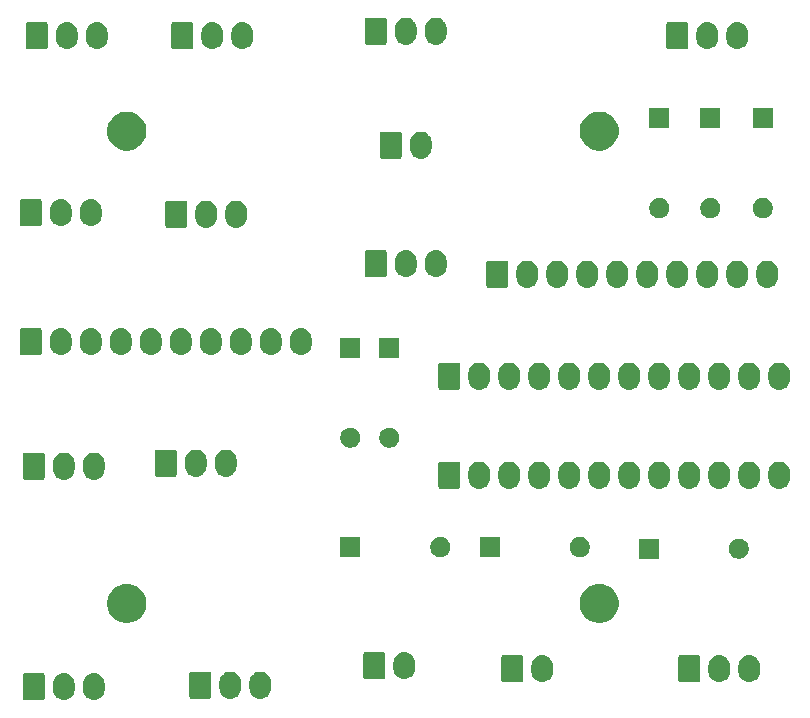
<source format=gbr>
G04 #@! TF.GenerationSoftware,KiCad,Pcbnew,(5.1.5-0-10_14)*
G04 #@! TF.CreationDate,2021-03-15T05:53:51+10:00*
G04 #@! TF.ProjectId,OH - Left Console - 7 - Communication Panel,4f48202d-204c-4656-9674-20436f6e736f,rev?*
G04 #@! TF.SameCoordinates,Original*
G04 #@! TF.FileFunction,Soldermask,Bot*
G04 #@! TF.FilePolarity,Negative*
%FSLAX46Y46*%
G04 Gerber Fmt 4.6, Leading zero omitted, Abs format (unit mm)*
G04 Created by KiCad (PCBNEW (5.1.5-0-10_14)) date 2021-03-15 05:53:51*
%MOMM*%
%LPD*%
G04 APERTURE LIST*
%ADD10C,0.100000*%
G04 APERTURE END LIST*
D10*
G36*
X56187547Y-138689326D02*
G01*
X56361156Y-138741990D01*
X56361158Y-138741991D01*
X56521155Y-138827511D01*
X56661397Y-138942603D01*
X56723508Y-139018287D01*
X56776489Y-139082844D01*
X56862010Y-139242843D01*
X56914674Y-139416452D01*
X56928000Y-139551756D01*
X56928000Y-140102243D01*
X56914674Y-140237548D01*
X56862010Y-140411157D01*
X56776489Y-140571156D01*
X56740729Y-140614729D01*
X56661397Y-140711397D01*
X56585741Y-140773485D01*
X56521156Y-140826489D01*
X56361157Y-140912010D01*
X56187548Y-140964674D01*
X56007000Y-140982456D01*
X55826453Y-140964674D01*
X55652844Y-140912010D01*
X55492845Y-140826489D01*
X55428260Y-140773485D01*
X55352604Y-140711397D01*
X55237513Y-140571157D01*
X55237512Y-140571155D01*
X55151990Y-140411157D01*
X55099326Y-140237548D01*
X55086818Y-140110546D01*
X55086000Y-140102245D01*
X55086000Y-139551756D01*
X55096129Y-139448915D01*
X55099326Y-139416453D01*
X55151990Y-139242844D01*
X55174891Y-139200000D01*
X55237511Y-139082845D01*
X55352603Y-138942603D01*
X55478388Y-138839375D01*
X55492844Y-138827511D01*
X55652843Y-138741990D01*
X55826452Y-138689326D01*
X56007000Y-138671544D01*
X56187547Y-138689326D01*
G37*
G36*
X58727547Y-138689326D02*
G01*
X58901156Y-138741990D01*
X58901158Y-138741991D01*
X59061155Y-138827511D01*
X59201397Y-138942603D01*
X59263508Y-139018287D01*
X59316489Y-139082844D01*
X59402010Y-139242843D01*
X59454674Y-139416452D01*
X59468000Y-139551756D01*
X59468000Y-140102243D01*
X59454674Y-140237548D01*
X59402010Y-140411157D01*
X59316489Y-140571156D01*
X59280729Y-140614729D01*
X59201397Y-140711397D01*
X59125741Y-140773485D01*
X59061156Y-140826489D01*
X58901157Y-140912010D01*
X58727548Y-140964674D01*
X58547000Y-140982456D01*
X58366453Y-140964674D01*
X58192844Y-140912010D01*
X58032845Y-140826489D01*
X57968260Y-140773485D01*
X57892604Y-140711397D01*
X57777513Y-140571157D01*
X57777512Y-140571155D01*
X57691990Y-140411157D01*
X57639326Y-140237548D01*
X57626818Y-140110546D01*
X57626000Y-140102245D01*
X57626000Y-139551756D01*
X57636129Y-139448915D01*
X57639326Y-139416453D01*
X57691990Y-139242844D01*
X57714891Y-139200000D01*
X57777511Y-139082845D01*
X57892603Y-138942603D01*
X58018388Y-138839375D01*
X58032844Y-138827511D01*
X58192843Y-138741990D01*
X58366452Y-138689326D01*
X58547000Y-138671544D01*
X58727547Y-138689326D01*
G37*
G36*
X54246561Y-138679966D02*
G01*
X54279383Y-138689923D01*
X54309632Y-138706092D01*
X54336148Y-138727852D01*
X54357908Y-138754368D01*
X54374077Y-138784617D01*
X54384034Y-138817439D01*
X54388000Y-138857713D01*
X54388000Y-140796287D01*
X54384034Y-140836561D01*
X54374077Y-140869383D01*
X54357908Y-140899632D01*
X54336148Y-140926148D01*
X54309632Y-140947908D01*
X54279383Y-140964077D01*
X54246561Y-140974034D01*
X54206287Y-140978000D01*
X52727713Y-140978000D01*
X52687439Y-140974034D01*
X52654617Y-140964077D01*
X52624368Y-140947908D01*
X52597852Y-140926148D01*
X52576092Y-140899632D01*
X52559923Y-140869383D01*
X52549966Y-140836561D01*
X52546000Y-140796287D01*
X52546000Y-138857713D01*
X52549966Y-138817439D01*
X52559923Y-138784617D01*
X52576092Y-138754368D01*
X52597852Y-138727852D01*
X52624368Y-138706092D01*
X52654617Y-138689923D01*
X52687439Y-138679966D01*
X52727713Y-138676000D01*
X54206287Y-138676000D01*
X54246561Y-138679966D01*
G37*
G36*
X70284547Y-138562326D02*
G01*
X70458156Y-138614990D01*
X70458158Y-138614991D01*
X70618155Y-138700511D01*
X70758397Y-138815603D01*
X70818650Y-138889023D01*
X70873489Y-138955844D01*
X70959010Y-139115843D01*
X71011674Y-139289452D01*
X71012958Y-139302489D01*
X71024917Y-139423908D01*
X71025000Y-139424756D01*
X71025000Y-139975243D01*
X71011674Y-140110548D01*
X70959010Y-140284157D01*
X70873489Y-140444156D01*
X70837729Y-140487729D01*
X70758397Y-140584397D01*
X70661729Y-140663729D01*
X70618156Y-140699489D01*
X70458157Y-140785010D01*
X70284548Y-140837674D01*
X70104000Y-140855456D01*
X69923453Y-140837674D01*
X69749844Y-140785010D01*
X69589845Y-140699489D01*
X69546272Y-140663729D01*
X69449604Y-140584397D01*
X69334513Y-140444157D01*
X69334512Y-140444155D01*
X69248990Y-140284157D01*
X69196326Y-140110548D01*
X69183000Y-139975244D01*
X69183000Y-139424757D01*
X69196326Y-139289453D01*
X69248990Y-139115844D01*
X69334511Y-138955845D01*
X69334512Y-138955844D01*
X69449603Y-138815603D01*
X69556529Y-138727852D01*
X69589844Y-138700511D01*
X69749843Y-138614990D01*
X69923452Y-138562326D01*
X70104000Y-138544544D01*
X70284547Y-138562326D01*
G37*
G36*
X72824547Y-138562326D02*
G01*
X72998156Y-138614990D01*
X72998158Y-138614991D01*
X73158155Y-138700511D01*
X73298397Y-138815603D01*
X73358650Y-138889023D01*
X73413489Y-138955844D01*
X73499010Y-139115843D01*
X73551674Y-139289452D01*
X73552958Y-139302489D01*
X73564917Y-139423908D01*
X73565000Y-139424756D01*
X73565000Y-139975243D01*
X73551674Y-140110548D01*
X73499010Y-140284157D01*
X73413489Y-140444156D01*
X73377729Y-140487729D01*
X73298397Y-140584397D01*
X73201729Y-140663729D01*
X73158156Y-140699489D01*
X72998157Y-140785010D01*
X72824548Y-140837674D01*
X72644000Y-140855456D01*
X72463453Y-140837674D01*
X72289844Y-140785010D01*
X72129845Y-140699489D01*
X72086272Y-140663729D01*
X71989604Y-140584397D01*
X71874513Y-140444157D01*
X71874512Y-140444155D01*
X71788990Y-140284157D01*
X71736326Y-140110548D01*
X71723000Y-139975244D01*
X71723000Y-139424757D01*
X71736326Y-139289453D01*
X71788990Y-139115844D01*
X71874511Y-138955845D01*
X71874512Y-138955844D01*
X71989603Y-138815603D01*
X72096529Y-138727852D01*
X72129844Y-138700511D01*
X72289843Y-138614990D01*
X72463452Y-138562326D01*
X72644000Y-138544544D01*
X72824547Y-138562326D01*
G37*
G36*
X68343561Y-138552966D02*
G01*
X68376383Y-138562923D01*
X68406632Y-138579092D01*
X68433148Y-138600852D01*
X68454908Y-138627368D01*
X68471077Y-138657617D01*
X68481034Y-138690439D01*
X68485000Y-138730713D01*
X68485000Y-140669287D01*
X68481034Y-140709561D01*
X68471077Y-140742383D01*
X68454908Y-140772632D01*
X68433148Y-140799148D01*
X68406632Y-140820908D01*
X68376383Y-140837077D01*
X68343561Y-140847034D01*
X68303287Y-140851000D01*
X66824713Y-140851000D01*
X66784439Y-140847034D01*
X66751617Y-140837077D01*
X66721368Y-140820908D01*
X66694852Y-140799148D01*
X66673092Y-140772632D01*
X66656923Y-140742383D01*
X66646966Y-140709561D01*
X66643000Y-140669287D01*
X66643000Y-138730713D01*
X66646966Y-138690439D01*
X66656923Y-138657617D01*
X66673092Y-138627368D01*
X66694852Y-138600852D01*
X66721368Y-138579092D01*
X66751617Y-138562923D01*
X66784439Y-138552966D01*
X66824713Y-138549000D01*
X68303287Y-138549000D01*
X68343561Y-138552966D01*
G37*
G36*
X96700547Y-137165326D02*
G01*
X96874156Y-137217990D01*
X96874158Y-137217991D01*
X97034155Y-137303511D01*
X97174397Y-137418603D01*
X97212345Y-137464844D01*
X97289489Y-137558844D01*
X97375010Y-137718843D01*
X97427674Y-137892452D01*
X97441000Y-138027756D01*
X97441000Y-138578243D01*
X97427674Y-138713548D01*
X97375010Y-138887157D01*
X97289489Y-139047156D01*
X97253729Y-139090729D01*
X97174397Y-139187397D01*
X97077729Y-139266729D01*
X97034156Y-139302489D01*
X96874157Y-139388010D01*
X96700548Y-139440674D01*
X96520000Y-139458456D01*
X96339453Y-139440674D01*
X96165844Y-139388010D01*
X96005845Y-139302489D01*
X95962272Y-139266729D01*
X95865604Y-139187397D01*
X95750513Y-139047157D01*
X95750512Y-139047155D01*
X95664990Y-138887157D01*
X95612326Y-138713548D01*
X95600513Y-138593602D01*
X95599000Y-138578245D01*
X95599000Y-138027756D01*
X95612326Y-137892455D01*
X95612326Y-137892453D01*
X95664990Y-137718844D01*
X95750511Y-137558845D01*
X95750512Y-137558844D01*
X95865603Y-137418603D01*
X96004219Y-137304845D01*
X96005844Y-137303511D01*
X96165843Y-137217990D01*
X96339452Y-137165326D01*
X96520000Y-137147544D01*
X96700547Y-137165326D01*
G37*
G36*
X111686547Y-137165326D02*
G01*
X111860156Y-137217990D01*
X111860158Y-137217991D01*
X112020155Y-137303511D01*
X112160397Y-137418603D01*
X112198345Y-137464844D01*
X112275489Y-137558844D01*
X112361010Y-137718843D01*
X112413674Y-137892452D01*
X112427000Y-138027756D01*
X112427000Y-138578243D01*
X112413674Y-138713548D01*
X112361010Y-138887157D01*
X112275489Y-139047156D01*
X112239729Y-139090729D01*
X112160397Y-139187397D01*
X112063729Y-139266729D01*
X112020156Y-139302489D01*
X111860157Y-139388010D01*
X111686548Y-139440674D01*
X111506000Y-139458456D01*
X111325453Y-139440674D01*
X111151844Y-139388010D01*
X110991845Y-139302489D01*
X110948272Y-139266729D01*
X110851604Y-139187397D01*
X110736513Y-139047157D01*
X110736512Y-139047155D01*
X110650990Y-138887157D01*
X110598326Y-138713548D01*
X110586513Y-138593602D01*
X110585000Y-138578245D01*
X110585000Y-138027756D01*
X110598326Y-137892455D01*
X110598326Y-137892453D01*
X110650990Y-137718844D01*
X110736511Y-137558845D01*
X110736512Y-137558844D01*
X110851603Y-137418603D01*
X110990219Y-137304845D01*
X110991844Y-137303511D01*
X111151843Y-137217990D01*
X111325452Y-137165326D01*
X111506000Y-137147544D01*
X111686547Y-137165326D01*
G37*
G36*
X114226547Y-137165326D02*
G01*
X114400156Y-137217990D01*
X114400158Y-137217991D01*
X114560155Y-137303511D01*
X114700397Y-137418603D01*
X114738345Y-137464844D01*
X114815489Y-137558844D01*
X114901010Y-137718843D01*
X114953674Y-137892452D01*
X114967000Y-138027756D01*
X114967000Y-138578243D01*
X114953674Y-138713548D01*
X114901010Y-138887157D01*
X114815489Y-139047156D01*
X114779729Y-139090729D01*
X114700397Y-139187397D01*
X114603729Y-139266729D01*
X114560156Y-139302489D01*
X114400157Y-139388010D01*
X114226548Y-139440674D01*
X114046000Y-139458456D01*
X113865453Y-139440674D01*
X113691844Y-139388010D01*
X113531845Y-139302489D01*
X113488272Y-139266729D01*
X113391604Y-139187397D01*
X113276513Y-139047157D01*
X113276512Y-139047155D01*
X113190990Y-138887157D01*
X113138326Y-138713548D01*
X113126513Y-138593602D01*
X113125000Y-138578245D01*
X113125000Y-138027756D01*
X113138326Y-137892455D01*
X113138326Y-137892453D01*
X113190990Y-137718844D01*
X113276511Y-137558845D01*
X113276512Y-137558844D01*
X113391603Y-137418603D01*
X113530219Y-137304845D01*
X113531844Y-137303511D01*
X113691843Y-137217990D01*
X113865452Y-137165326D01*
X114046000Y-137147544D01*
X114226547Y-137165326D01*
G37*
G36*
X109745561Y-137155966D02*
G01*
X109778383Y-137165923D01*
X109808632Y-137182092D01*
X109835148Y-137203852D01*
X109856908Y-137230368D01*
X109873077Y-137260617D01*
X109883034Y-137293439D01*
X109887000Y-137333713D01*
X109887000Y-139272287D01*
X109883034Y-139312561D01*
X109873077Y-139345383D01*
X109856908Y-139375632D01*
X109835148Y-139402148D01*
X109808632Y-139423908D01*
X109778383Y-139440077D01*
X109745561Y-139450034D01*
X109705287Y-139454000D01*
X108226713Y-139454000D01*
X108186439Y-139450034D01*
X108153617Y-139440077D01*
X108123368Y-139423908D01*
X108096852Y-139402148D01*
X108075092Y-139375632D01*
X108058923Y-139345383D01*
X108048966Y-139312561D01*
X108045000Y-139272287D01*
X108045000Y-137333713D01*
X108048966Y-137293439D01*
X108058923Y-137260617D01*
X108075092Y-137230368D01*
X108096852Y-137203852D01*
X108123368Y-137182092D01*
X108153617Y-137165923D01*
X108186439Y-137155966D01*
X108226713Y-137152000D01*
X109705287Y-137152000D01*
X109745561Y-137155966D01*
G37*
G36*
X94759561Y-137155966D02*
G01*
X94792383Y-137165923D01*
X94822632Y-137182092D01*
X94849148Y-137203852D01*
X94870908Y-137230368D01*
X94887077Y-137260617D01*
X94897034Y-137293439D01*
X94901000Y-137333713D01*
X94901000Y-139272287D01*
X94897034Y-139312561D01*
X94887077Y-139345383D01*
X94870908Y-139375632D01*
X94849148Y-139402148D01*
X94822632Y-139423908D01*
X94792383Y-139440077D01*
X94759561Y-139450034D01*
X94719287Y-139454000D01*
X93240713Y-139454000D01*
X93200439Y-139450034D01*
X93167617Y-139440077D01*
X93137368Y-139423908D01*
X93110852Y-139402148D01*
X93089092Y-139375632D01*
X93072923Y-139345383D01*
X93062966Y-139312561D01*
X93059000Y-139272287D01*
X93059000Y-137333713D01*
X93062966Y-137293439D01*
X93072923Y-137260617D01*
X93089092Y-137230368D01*
X93110852Y-137203852D01*
X93137368Y-137182092D01*
X93167617Y-137165923D01*
X93200439Y-137155966D01*
X93240713Y-137152000D01*
X94719287Y-137152000D01*
X94759561Y-137155966D01*
G37*
G36*
X85016547Y-136911326D02*
G01*
X85190156Y-136963990D01*
X85190158Y-136963991D01*
X85350155Y-137049511D01*
X85490397Y-137164603D01*
X85543668Y-137229515D01*
X85605489Y-137304844D01*
X85691010Y-137464843D01*
X85743674Y-137638452D01*
X85757000Y-137773756D01*
X85757000Y-138324243D01*
X85743674Y-138459548D01*
X85691010Y-138633157D01*
X85605489Y-138793156D01*
X85587067Y-138815603D01*
X85490397Y-138933397D01*
X85393729Y-139012729D01*
X85350156Y-139048489D01*
X85190157Y-139134010D01*
X85016548Y-139186674D01*
X84836000Y-139204456D01*
X84655453Y-139186674D01*
X84481844Y-139134010D01*
X84321845Y-139048489D01*
X84278272Y-139012729D01*
X84181604Y-138933397D01*
X84066513Y-138793157D01*
X84066512Y-138793155D01*
X83980990Y-138633157D01*
X83928326Y-138459548D01*
X83915000Y-138324244D01*
X83915000Y-137773757D01*
X83928326Y-137638453D01*
X83980990Y-137464844D01*
X84066511Y-137304845D01*
X84095419Y-137269620D01*
X84181603Y-137164603D01*
X84307388Y-137061375D01*
X84321844Y-137049511D01*
X84481843Y-136963990D01*
X84655452Y-136911326D01*
X84836000Y-136893544D01*
X85016547Y-136911326D01*
G37*
G36*
X83075561Y-136901966D02*
G01*
X83108383Y-136911923D01*
X83138632Y-136928092D01*
X83165148Y-136949852D01*
X83186908Y-136976368D01*
X83203077Y-137006617D01*
X83213034Y-137039439D01*
X83217000Y-137079713D01*
X83217000Y-139018287D01*
X83213034Y-139058561D01*
X83203077Y-139091383D01*
X83186908Y-139121632D01*
X83165148Y-139148148D01*
X83138632Y-139169908D01*
X83108383Y-139186077D01*
X83075561Y-139196034D01*
X83035287Y-139200000D01*
X81556713Y-139200000D01*
X81516439Y-139196034D01*
X81483617Y-139186077D01*
X81453368Y-139169908D01*
X81426852Y-139148148D01*
X81405092Y-139121632D01*
X81388923Y-139091383D01*
X81378966Y-139058561D01*
X81375000Y-139018287D01*
X81375000Y-137079713D01*
X81378966Y-137039439D01*
X81388923Y-137006617D01*
X81405092Y-136976368D01*
X81426852Y-136949852D01*
X81453368Y-136928092D01*
X81483617Y-136911923D01*
X81516439Y-136901966D01*
X81556713Y-136898000D01*
X83035287Y-136898000D01*
X83075561Y-136901966D01*
G37*
G36*
X101716256Y-131177298D02*
G01*
X101822579Y-131198447D01*
X102123042Y-131322903D01*
X102393451Y-131503585D01*
X102623415Y-131733549D01*
X102804097Y-132003958D01*
X102928553Y-132304421D01*
X102992000Y-132623391D01*
X102992000Y-132948609D01*
X102928553Y-133267579D01*
X102804097Y-133568042D01*
X102623415Y-133838451D01*
X102393451Y-134068415D01*
X102123042Y-134249097D01*
X101822579Y-134373553D01*
X101716256Y-134394702D01*
X101503611Y-134437000D01*
X101178389Y-134437000D01*
X100965744Y-134394702D01*
X100859421Y-134373553D01*
X100558958Y-134249097D01*
X100288549Y-134068415D01*
X100058585Y-133838451D01*
X99877903Y-133568042D01*
X99753447Y-133267579D01*
X99690000Y-132948609D01*
X99690000Y-132623391D01*
X99753447Y-132304421D01*
X99877903Y-132003958D01*
X100058585Y-131733549D01*
X100288549Y-131503585D01*
X100558958Y-131322903D01*
X100859421Y-131198447D01*
X100965744Y-131177298D01*
X101178389Y-131135000D01*
X101503611Y-131135000D01*
X101716256Y-131177298D01*
G37*
G36*
X61716256Y-131177298D02*
G01*
X61822579Y-131198447D01*
X62123042Y-131322903D01*
X62393451Y-131503585D01*
X62623415Y-131733549D01*
X62804097Y-132003958D01*
X62928553Y-132304421D01*
X62992000Y-132623391D01*
X62992000Y-132948609D01*
X62928553Y-133267579D01*
X62804097Y-133568042D01*
X62623415Y-133838451D01*
X62393451Y-134068415D01*
X62123042Y-134249097D01*
X61822579Y-134373553D01*
X61716256Y-134394702D01*
X61503611Y-134437000D01*
X61178389Y-134437000D01*
X60965744Y-134394702D01*
X60859421Y-134373553D01*
X60558958Y-134249097D01*
X60288549Y-134068415D01*
X60058585Y-133838451D01*
X59877903Y-133568042D01*
X59753447Y-133267579D01*
X59690000Y-132948609D01*
X59690000Y-132623391D01*
X59753447Y-132304421D01*
X59877903Y-132003958D01*
X60058585Y-131733549D01*
X60288549Y-131503585D01*
X60558958Y-131322903D01*
X60859421Y-131198447D01*
X60965744Y-131177298D01*
X61178389Y-131135000D01*
X61503611Y-131135000D01*
X61716256Y-131177298D01*
G37*
G36*
X106388000Y-128994000D02*
G01*
X104686000Y-128994000D01*
X104686000Y-127292000D01*
X106388000Y-127292000D01*
X106388000Y-128994000D01*
G37*
G36*
X113405228Y-127324703D02*
G01*
X113560100Y-127388853D01*
X113699481Y-127481985D01*
X113818015Y-127600519D01*
X113911147Y-127739900D01*
X113975297Y-127894772D01*
X114008000Y-128059184D01*
X114008000Y-128226816D01*
X113975297Y-128391228D01*
X113911147Y-128546100D01*
X113818015Y-128685481D01*
X113699481Y-128804015D01*
X113560100Y-128897147D01*
X113405228Y-128961297D01*
X113240816Y-128994000D01*
X113073184Y-128994000D01*
X112908772Y-128961297D01*
X112753900Y-128897147D01*
X112614519Y-128804015D01*
X112495985Y-128685481D01*
X112402853Y-128546100D01*
X112338703Y-128391228D01*
X112306000Y-128226816D01*
X112306000Y-128059184D01*
X112338703Y-127894772D01*
X112402853Y-127739900D01*
X112495985Y-127600519D01*
X112614519Y-127481985D01*
X112753900Y-127388853D01*
X112908772Y-127324703D01*
X113073184Y-127292000D01*
X113240816Y-127292000D01*
X113405228Y-127324703D01*
G37*
G36*
X81115000Y-128867000D02*
G01*
X79413000Y-128867000D01*
X79413000Y-127165000D01*
X81115000Y-127165000D01*
X81115000Y-128867000D01*
G37*
G36*
X88132228Y-127197703D02*
G01*
X88287100Y-127261853D01*
X88426481Y-127354985D01*
X88545015Y-127473519D01*
X88638147Y-127612900D01*
X88702297Y-127767772D01*
X88735000Y-127932184D01*
X88735000Y-128099816D01*
X88702297Y-128264228D01*
X88638147Y-128419100D01*
X88545015Y-128558481D01*
X88426481Y-128677015D01*
X88287100Y-128770147D01*
X88132228Y-128834297D01*
X87967816Y-128867000D01*
X87800184Y-128867000D01*
X87635772Y-128834297D01*
X87480900Y-128770147D01*
X87341519Y-128677015D01*
X87222985Y-128558481D01*
X87129853Y-128419100D01*
X87065703Y-128264228D01*
X87033000Y-128099816D01*
X87033000Y-127932184D01*
X87065703Y-127767772D01*
X87129853Y-127612900D01*
X87222985Y-127473519D01*
X87341519Y-127354985D01*
X87480900Y-127261853D01*
X87635772Y-127197703D01*
X87800184Y-127165000D01*
X87967816Y-127165000D01*
X88132228Y-127197703D01*
G37*
G36*
X92926000Y-128867000D02*
G01*
X91224000Y-128867000D01*
X91224000Y-127165000D01*
X92926000Y-127165000D01*
X92926000Y-128867000D01*
G37*
G36*
X99943228Y-127197703D02*
G01*
X100098100Y-127261853D01*
X100237481Y-127354985D01*
X100356015Y-127473519D01*
X100449147Y-127612900D01*
X100513297Y-127767772D01*
X100546000Y-127932184D01*
X100546000Y-128099816D01*
X100513297Y-128264228D01*
X100449147Y-128419100D01*
X100356015Y-128558481D01*
X100237481Y-128677015D01*
X100098100Y-128770147D01*
X99943228Y-128834297D01*
X99778816Y-128867000D01*
X99611184Y-128867000D01*
X99446772Y-128834297D01*
X99291900Y-128770147D01*
X99152519Y-128677015D01*
X99033985Y-128558481D01*
X98940853Y-128419100D01*
X98876703Y-128264228D01*
X98844000Y-128099816D01*
X98844000Y-127932184D01*
X98876703Y-127767772D01*
X98940853Y-127612900D01*
X99033985Y-127473519D01*
X99152519Y-127354985D01*
X99291900Y-127261853D01*
X99446772Y-127197703D01*
X99611184Y-127165000D01*
X99778816Y-127165000D01*
X99943228Y-127197703D01*
G37*
G36*
X93906547Y-120782326D02*
G01*
X94080156Y-120834990D01*
X94080158Y-120834991D01*
X94240155Y-120920511D01*
X94380397Y-121035603D01*
X94459729Y-121132271D01*
X94495489Y-121175844D01*
X94581010Y-121335843D01*
X94633674Y-121509452D01*
X94647000Y-121644756D01*
X94647000Y-122195243D01*
X94633674Y-122330548D01*
X94581010Y-122504157D01*
X94495489Y-122664156D01*
X94459729Y-122707729D01*
X94380397Y-122804397D01*
X94283729Y-122883729D01*
X94240156Y-122919489D01*
X94080157Y-123005010D01*
X93906548Y-123057674D01*
X93726000Y-123075456D01*
X93545453Y-123057674D01*
X93371844Y-123005010D01*
X93211845Y-122919489D01*
X93168272Y-122883729D01*
X93071604Y-122804397D01*
X92956513Y-122664157D01*
X92956512Y-122664155D01*
X92870990Y-122504157D01*
X92818326Y-122330548D01*
X92805000Y-122195244D01*
X92805000Y-121644757D01*
X92818326Y-121509453D01*
X92870990Y-121335844D01*
X92882375Y-121314545D01*
X92956511Y-121175845D01*
X93071603Y-121035603D01*
X93197388Y-120932375D01*
X93211844Y-120920511D01*
X93371843Y-120834990D01*
X93545452Y-120782326D01*
X93726000Y-120764544D01*
X93906547Y-120782326D01*
G37*
G36*
X104066547Y-120782326D02*
G01*
X104240156Y-120834990D01*
X104240158Y-120834991D01*
X104400155Y-120920511D01*
X104540397Y-121035603D01*
X104619729Y-121132271D01*
X104655489Y-121175844D01*
X104741010Y-121335843D01*
X104793674Y-121509452D01*
X104807000Y-121644756D01*
X104807000Y-122195243D01*
X104793674Y-122330548D01*
X104741010Y-122504157D01*
X104655489Y-122664156D01*
X104619729Y-122707729D01*
X104540397Y-122804397D01*
X104443729Y-122883729D01*
X104400156Y-122919489D01*
X104240157Y-123005010D01*
X104066548Y-123057674D01*
X103886000Y-123075456D01*
X103705453Y-123057674D01*
X103531844Y-123005010D01*
X103371845Y-122919489D01*
X103328272Y-122883729D01*
X103231604Y-122804397D01*
X103116513Y-122664157D01*
X103116512Y-122664155D01*
X103030990Y-122504157D01*
X102978326Y-122330548D01*
X102965000Y-122195244D01*
X102965000Y-121644757D01*
X102978326Y-121509453D01*
X103030990Y-121335844D01*
X103042375Y-121314545D01*
X103116511Y-121175845D01*
X103231603Y-121035603D01*
X103357388Y-120932375D01*
X103371844Y-120920511D01*
X103531843Y-120834990D01*
X103705452Y-120782326D01*
X103886000Y-120764544D01*
X104066547Y-120782326D01*
G37*
G36*
X106606547Y-120782326D02*
G01*
X106780156Y-120834990D01*
X106780158Y-120834991D01*
X106940155Y-120920511D01*
X107080397Y-121035603D01*
X107159729Y-121132271D01*
X107195489Y-121175844D01*
X107281010Y-121335843D01*
X107333674Y-121509452D01*
X107347000Y-121644756D01*
X107347000Y-122195243D01*
X107333674Y-122330548D01*
X107281010Y-122504157D01*
X107195489Y-122664156D01*
X107159729Y-122707729D01*
X107080397Y-122804397D01*
X106983729Y-122883729D01*
X106940156Y-122919489D01*
X106780157Y-123005010D01*
X106606548Y-123057674D01*
X106426000Y-123075456D01*
X106245453Y-123057674D01*
X106071844Y-123005010D01*
X105911845Y-122919489D01*
X105868272Y-122883729D01*
X105771604Y-122804397D01*
X105656513Y-122664157D01*
X105656512Y-122664155D01*
X105570990Y-122504157D01*
X105518326Y-122330548D01*
X105505000Y-122195244D01*
X105505000Y-121644757D01*
X105518326Y-121509453D01*
X105570990Y-121335844D01*
X105582375Y-121314545D01*
X105656511Y-121175845D01*
X105771603Y-121035603D01*
X105897388Y-120932375D01*
X105911844Y-120920511D01*
X106071843Y-120834990D01*
X106245452Y-120782326D01*
X106426000Y-120764544D01*
X106606547Y-120782326D01*
G37*
G36*
X109146547Y-120782326D02*
G01*
X109320156Y-120834990D01*
X109320158Y-120834991D01*
X109480155Y-120920511D01*
X109620397Y-121035603D01*
X109699729Y-121132271D01*
X109735489Y-121175844D01*
X109821010Y-121335843D01*
X109873674Y-121509452D01*
X109887000Y-121644756D01*
X109887000Y-122195243D01*
X109873674Y-122330548D01*
X109821010Y-122504157D01*
X109735489Y-122664156D01*
X109699729Y-122707729D01*
X109620397Y-122804397D01*
X109523729Y-122883729D01*
X109480156Y-122919489D01*
X109320157Y-123005010D01*
X109146548Y-123057674D01*
X108966000Y-123075456D01*
X108785453Y-123057674D01*
X108611844Y-123005010D01*
X108451845Y-122919489D01*
X108408272Y-122883729D01*
X108311604Y-122804397D01*
X108196513Y-122664157D01*
X108196512Y-122664155D01*
X108110990Y-122504157D01*
X108058326Y-122330548D01*
X108045000Y-122195244D01*
X108045000Y-121644757D01*
X108058326Y-121509453D01*
X108110990Y-121335844D01*
X108122375Y-121314545D01*
X108196511Y-121175845D01*
X108311603Y-121035603D01*
X108437388Y-120932375D01*
X108451844Y-120920511D01*
X108611843Y-120834990D01*
X108785452Y-120782326D01*
X108966000Y-120764544D01*
X109146547Y-120782326D01*
G37*
G36*
X111686547Y-120782326D02*
G01*
X111860156Y-120834990D01*
X111860158Y-120834991D01*
X112020155Y-120920511D01*
X112160397Y-121035603D01*
X112239729Y-121132271D01*
X112275489Y-121175844D01*
X112361010Y-121335843D01*
X112413674Y-121509452D01*
X112427000Y-121644756D01*
X112427000Y-122195243D01*
X112413674Y-122330548D01*
X112361010Y-122504157D01*
X112275489Y-122664156D01*
X112239729Y-122707729D01*
X112160397Y-122804397D01*
X112063729Y-122883729D01*
X112020156Y-122919489D01*
X111860157Y-123005010D01*
X111686548Y-123057674D01*
X111506000Y-123075456D01*
X111325453Y-123057674D01*
X111151844Y-123005010D01*
X110991845Y-122919489D01*
X110948272Y-122883729D01*
X110851604Y-122804397D01*
X110736513Y-122664157D01*
X110736512Y-122664155D01*
X110650990Y-122504157D01*
X110598326Y-122330548D01*
X110585000Y-122195244D01*
X110585000Y-121644757D01*
X110598326Y-121509453D01*
X110650990Y-121335844D01*
X110662375Y-121314545D01*
X110736511Y-121175845D01*
X110851603Y-121035603D01*
X110977388Y-120932375D01*
X110991844Y-120920511D01*
X111151843Y-120834990D01*
X111325452Y-120782326D01*
X111506000Y-120764544D01*
X111686547Y-120782326D01*
G37*
G36*
X114226547Y-120782326D02*
G01*
X114400156Y-120834990D01*
X114400158Y-120834991D01*
X114560155Y-120920511D01*
X114700397Y-121035603D01*
X114779729Y-121132271D01*
X114815489Y-121175844D01*
X114901010Y-121335843D01*
X114953674Y-121509452D01*
X114967000Y-121644756D01*
X114967000Y-122195243D01*
X114953674Y-122330548D01*
X114901010Y-122504157D01*
X114815489Y-122664156D01*
X114779729Y-122707729D01*
X114700397Y-122804397D01*
X114603729Y-122883729D01*
X114560156Y-122919489D01*
X114400157Y-123005010D01*
X114226548Y-123057674D01*
X114046000Y-123075456D01*
X113865453Y-123057674D01*
X113691844Y-123005010D01*
X113531845Y-122919489D01*
X113488272Y-122883729D01*
X113391604Y-122804397D01*
X113276513Y-122664157D01*
X113276512Y-122664155D01*
X113190990Y-122504157D01*
X113138326Y-122330548D01*
X113125000Y-122195244D01*
X113125000Y-121644757D01*
X113138326Y-121509453D01*
X113190990Y-121335844D01*
X113202375Y-121314545D01*
X113276511Y-121175845D01*
X113391603Y-121035603D01*
X113517388Y-120932375D01*
X113531844Y-120920511D01*
X113691843Y-120834990D01*
X113865452Y-120782326D01*
X114046000Y-120764544D01*
X114226547Y-120782326D01*
G37*
G36*
X116766547Y-120782326D02*
G01*
X116940156Y-120834990D01*
X116940158Y-120834991D01*
X117100155Y-120920511D01*
X117240397Y-121035603D01*
X117319729Y-121132271D01*
X117355489Y-121175844D01*
X117441010Y-121335843D01*
X117493674Y-121509452D01*
X117507000Y-121644756D01*
X117507000Y-122195243D01*
X117493674Y-122330548D01*
X117441010Y-122504157D01*
X117355489Y-122664156D01*
X117319729Y-122707729D01*
X117240397Y-122804397D01*
X117143729Y-122883729D01*
X117100156Y-122919489D01*
X116940157Y-123005010D01*
X116766548Y-123057674D01*
X116586000Y-123075456D01*
X116405453Y-123057674D01*
X116231844Y-123005010D01*
X116071845Y-122919489D01*
X116028272Y-122883729D01*
X115931604Y-122804397D01*
X115816513Y-122664157D01*
X115816512Y-122664155D01*
X115730990Y-122504157D01*
X115678326Y-122330548D01*
X115665000Y-122195244D01*
X115665000Y-121644757D01*
X115678326Y-121509453D01*
X115730990Y-121335844D01*
X115742375Y-121314545D01*
X115816511Y-121175845D01*
X115931603Y-121035603D01*
X116057388Y-120932375D01*
X116071844Y-120920511D01*
X116231843Y-120834990D01*
X116405452Y-120782326D01*
X116586000Y-120764544D01*
X116766547Y-120782326D01*
G37*
G36*
X101526547Y-120782326D02*
G01*
X101700156Y-120834990D01*
X101700158Y-120834991D01*
X101860155Y-120920511D01*
X102000397Y-121035603D01*
X102079729Y-121132271D01*
X102115489Y-121175844D01*
X102201010Y-121335843D01*
X102253674Y-121509452D01*
X102267000Y-121644756D01*
X102267000Y-122195243D01*
X102253674Y-122330548D01*
X102201010Y-122504157D01*
X102115489Y-122664156D01*
X102079729Y-122707729D01*
X102000397Y-122804397D01*
X101903729Y-122883729D01*
X101860156Y-122919489D01*
X101700157Y-123005010D01*
X101526548Y-123057674D01*
X101346000Y-123075456D01*
X101165453Y-123057674D01*
X100991844Y-123005010D01*
X100831845Y-122919489D01*
X100788272Y-122883729D01*
X100691604Y-122804397D01*
X100576513Y-122664157D01*
X100576512Y-122664155D01*
X100490990Y-122504157D01*
X100438326Y-122330548D01*
X100425000Y-122195244D01*
X100425000Y-121644757D01*
X100438326Y-121509453D01*
X100490990Y-121335844D01*
X100502375Y-121314545D01*
X100576511Y-121175845D01*
X100691603Y-121035603D01*
X100817388Y-120932375D01*
X100831844Y-120920511D01*
X100991843Y-120834990D01*
X101165452Y-120782326D01*
X101346000Y-120764544D01*
X101526547Y-120782326D01*
G37*
G36*
X98986547Y-120782326D02*
G01*
X99160156Y-120834990D01*
X99160158Y-120834991D01*
X99320155Y-120920511D01*
X99460397Y-121035603D01*
X99539729Y-121132271D01*
X99575489Y-121175844D01*
X99661010Y-121335843D01*
X99713674Y-121509452D01*
X99727000Y-121644756D01*
X99727000Y-122195243D01*
X99713674Y-122330548D01*
X99661010Y-122504157D01*
X99575489Y-122664156D01*
X99539729Y-122707729D01*
X99460397Y-122804397D01*
X99363729Y-122883729D01*
X99320156Y-122919489D01*
X99160157Y-123005010D01*
X98986548Y-123057674D01*
X98806000Y-123075456D01*
X98625453Y-123057674D01*
X98451844Y-123005010D01*
X98291845Y-122919489D01*
X98248272Y-122883729D01*
X98151604Y-122804397D01*
X98036513Y-122664157D01*
X98036512Y-122664155D01*
X97950990Y-122504157D01*
X97898326Y-122330548D01*
X97885000Y-122195244D01*
X97885000Y-121644757D01*
X97898326Y-121509453D01*
X97950990Y-121335844D01*
X97962375Y-121314545D01*
X98036511Y-121175845D01*
X98151603Y-121035603D01*
X98277388Y-120932375D01*
X98291844Y-120920511D01*
X98451843Y-120834990D01*
X98625452Y-120782326D01*
X98806000Y-120764544D01*
X98986547Y-120782326D01*
G37*
G36*
X96446547Y-120782326D02*
G01*
X96620156Y-120834990D01*
X96620158Y-120834991D01*
X96780155Y-120920511D01*
X96920397Y-121035603D01*
X96999729Y-121132271D01*
X97035489Y-121175844D01*
X97121010Y-121335843D01*
X97173674Y-121509452D01*
X97187000Y-121644756D01*
X97187000Y-122195243D01*
X97173674Y-122330548D01*
X97121010Y-122504157D01*
X97035489Y-122664156D01*
X96999729Y-122707729D01*
X96920397Y-122804397D01*
X96823729Y-122883729D01*
X96780156Y-122919489D01*
X96620157Y-123005010D01*
X96446548Y-123057674D01*
X96266000Y-123075456D01*
X96085453Y-123057674D01*
X95911844Y-123005010D01*
X95751845Y-122919489D01*
X95708272Y-122883729D01*
X95611604Y-122804397D01*
X95496513Y-122664157D01*
X95496512Y-122664155D01*
X95410990Y-122504157D01*
X95358326Y-122330548D01*
X95345000Y-122195244D01*
X95345000Y-121644757D01*
X95358326Y-121509453D01*
X95410990Y-121335844D01*
X95422375Y-121314545D01*
X95496511Y-121175845D01*
X95611603Y-121035603D01*
X95737388Y-120932375D01*
X95751844Y-120920511D01*
X95911843Y-120834990D01*
X96085452Y-120782326D01*
X96266000Y-120764544D01*
X96446547Y-120782326D01*
G37*
G36*
X91366547Y-120782326D02*
G01*
X91540156Y-120834990D01*
X91540158Y-120834991D01*
X91700155Y-120920511D01*
X91840397Y-121035603D01*
X91919729Y-121132271D01*
X91955489Y-121175844D01*
X92041010Y-121335843D01*
X92093674Y-121509452D01*
X92107000Y-121644756D01*
X92107000Y-122195243D01*
X92093674Y-122330548D01*
X92041010Y-122504157D01*
X91955489Y-122664156D01*
X91919729Y-122707729D01*
X91840397Y-122804397D01*
X91743729Y-122883729D01*
X91700156Y-122919489D01*
X91540157Y-123005010D01*
X91366548Y-123057674D01*
X91186000Y-123075456D01*
X91005453Y-123057674D01*
X90831844Y-123005010D01*
X90671845Y-122919489D01*
X90628272Y-122883729D01*
X90531604Y-122804397D01*
X90416513Y-122664157D01*
X90416512Y-122664155D01*
X90330990Y-122504157D01*
X90278326Y-122330548D01*
X90265000Y-122195244D01*
X90265000Y-121644757D01*
X90278326Y-121509453D01*
X90330990Y-121335844D01*
X90342375Y-121314545D01*
X90416511Y-121175845D01*
X90531603Y-121035603D01*
X90657388Y-120932375D01*
X90671844Y-120920511D01*
X90831843Y-120834990D01*
X91005452Y-120782326D01*
X91186000Y-120764544D01*
X91366547Y-120782326D01*
G37*
G36*
X89425561Y-120772966D02*
G01*
X89458383Y-120782923D01*
X89488632Y-120799092D01*
X89515148Y-120820852D01*
X89536908Y-120847368D01*
X89553077Y-120877617D01*
X89563034Y-120910439D01*
X89567000Y-120950713D01*
X89567000Y-122889287D01*
X89563034Y-122929561D01*
X89553077Y-122962383D01*
X89536908Y-122992632D01*
X89515148Y-123019148D01*
X89488632Y-123040908D01*
X89458383Y-123057077D01*
X89425561Y-123067034D01*
X89385287Y-123071000D01*
X87906713Y-123071000D01*
X87866439Y-123067034D01*
X87833617Y-123057077D01*
X87803368Y-123040908D01*
X87776852Y-123019148D01*
X87755092Y-122992632D01*
X87738923Y-122962383D01*
X87728966Y-122929561D01*
X87725000Y-122889287D01*
X87725000Y-120950713D01*
X87728966Y-120910439D01*
X87738923Y-120877617D01*
X87755092Y-120847368D01*
X87776852Y-120820852D01*
X87803368Y-120799092D01*
X87833617Y-120782923D01*
X87866439Y-120772966D01*
X87906713Y-120769000D01*
X89385287Y-120769000D01*
X89425561Y-120772966D01*
G37*
G36*
X58727547Y-120020326D02*
G01*
X58901156Y-120072990D01*
X58901158Y-120072991D01*
X59061155Y-120158511D01*
X59201397Y-120273603D01*
X59239345Y-120319844D01*
X59316489Y-120413844D01*
X59402010Y-120573843D01*
X59454674Y-120747452D01*
X59468000Y-120882756D01*
X59468000Y-121433243D01*
X59454674Y-121568548D01*
X59402010Y-121742157D01*
X59316489Y-121902156D01*
X59287581Y-121937380D01*
X59201397Y-122042397D01*
X59104729Y-122121729D01*
X59061156Y-122157489D01*
X58901157Y-122243010D01*
X58727548Y-122295674D01*
X58547000Y-122313456D01*
X58366453Y-122295674D01*
X58192844Y-122243010D01*
X58032845Y-122157489D01*
X57989272Y-122121729D01*
X57892604Y-122042397D01*
X57777513Y-121902157D01*
X57777512Y-121902155D01*
X57691990Y-121742157D01*
X57639326Y-121568548D01*
X57626000Y-121433244D01*
X57626000Y-120882757D01*
X57639326Y-120747453D01*
X57691990Y-120573844D01*
X57777511Y-120413845D01*
X57777512Y-120413844D01*
X57892603Y-120273603D01*
X58031219Y-120159845D01*
X58032844Y-120158511D01*
X58192843Y-120072990D01*
X58366452Y-120020326D01*
X58547000Y-120002544D01*
X58727547Y-120020326D01*
G37*
G36*
X56187547Y-120020326D02*
G01*
X56361156Y-120072990D01*
X56361158Y-120072991D01*
X56521155Y-120158511D01*
X56661397Y-120273603D01*
X56699345Y-120319844D01*
X56776489Y-120413844D01*
X56862010Y-120573843D01*
X56914674Y-120747452D01*
X56928000Y-120882756D01*
X56928000Y-121433243D01*
X56914674Y-121568548D01*
X56862010Y-121742157D01*
X56776489Y-121902156D01*
X56747581Y-121937380D01*
X56661397Y-122042397D01*
X56564729Y-122121729D01*
X56521156Y-122157489D01*
X56361157Y-122243010D01*
X56187548Y-122295674D01*
X56007000Y-122313456D01*
X55826453Y-122295674D01*
X55652844Y-122243010D01*
X55492845Y-122157489D01*
X55449272Y-122121729D01*
X55352604Y-122042397D01*
X55237513Y-121902157D01*
X55237512Y-121902155D01*
X55151990Y-121742157D01*
X55099326Y-121568548D01*
X55086000Y-121433244D01*
X55086000Y-120882757D01*
X55099326Y-120747453D01*
X55151990Y-120573844D01*
X55237511Y-120413845D01*
X55237512Y-120413844D01*
X55352603Y-120273603D01*
X55491219Y-120159845D01*
X55492844Y-120158511D01*
X55652843Y-120072990D01*
X55826452Y-120020326D01*
X56007000Y-120002544D01*
X56187547Y-120020326D01*
G37*
G36*
X54246561Y-120010966D02*
G01*
X54279383Y-120020923D01*
X54309632Y-120037092D01*
X54336148Y-120058852D01*
X54357908Y-120085368D01*
X54374077Y-120115617D01*
X54384034Y-120148439D01*
X54388000Y-120188713D01*
X54388000Y-122127287D01*
X54384034Y-122167561D01*
X54374077Y-122200383D01*
X54357908Y-122230632D01*
X54336148Y-122257148D01*
X54309632Y-122278908D01*
X54279383Y-122295077D01*
X54246561Y-122305034D01*
X54206287Y-122309000D01*
X52727713Y-122309000D01*
X52687439Y-122305034D01*
X52654617Y-122295077D01*
X52624368Y-122278908D01*
X52597852Y-122257148D01*
X52576092Y-122230632D01*
X52559923Y-122200383D01*
X52549966Y-122167561D01*
X52546000Y-122127287D01*
X52546000Y-120188713D01*
X52549966Y-120148439D01*
X52559923Y-120115617D01*
X52576092Y-120085368D01*
X52597852Y-120058852D01*
X52624368Y-120037092D01*
X52654617Y-120020923D01*
X52687439Y-120010966D01*
X52727713Y-120007000D01*
X54206287Y-120007000D01*
X54246561Y-120010966D01*
G37*
G36*
X69903547Y-119766326D02*
G01*
X70077156Y-119818990D01*
X70077158Y-119818991D01*
X70237155Y-119904511D01*
X70377397Y-120019603D01*
X70430668Y-120084515D01*
X70492489Y-120159844D01*
X70578010Y-120319843D01*
X70630674Y-120493452D01*
X70644000Y-120628756D01*
X70644000Y-121179243D01*
X70630674Y-121314548D01*
X70578010Y-121488157D01*
X70492489Y-121648156D01*
X70456729Y-121691729D01*
X70377397Y-121788397D01*
X70280729Y-121867729D01*
X70237156Y-121903489D01*
X70077157Y-121989010D01*
X69903548Y-122041674D01*
X69723000Y-122059456D01*
X69542453Y-122041674D01*
X69368844Y-121989010D01*
X69208845Y-121903489D01*
X69165272Y-121867729D01*
X69068604Y-121788397D01*
X68953513Y-121648157D01*
X68953512Y-121648155D01*
X68867990Y-121488157D01*
X68815326Y-121314548D01*
X68802000Y-121179244D01*
X68802000Y-120628757D01*
X68815326Y-120493453D01*
X68867990Y-120319844D01*
X68953511Y-120159845D01*
X68982419Y-120124620D01*
X69068603Y-120019603D01*
X69194388Y-119916375D01*
X69208844Y-119904511D01*
X69368843Y-119818990D01*
X69542452Y-119766326D01*
X69723000Y-119748544D01*
X69903547Y-119766326D01*
G37*
G36*
X67363547Y-119766326D02*
G01*
X67537156Y-119818990D01*
X67537158Y-119818991D01*
X67697155Y-119904511D01*
X67837397Y-120019603D01*
X67890668Y-120084515D01*
X67952489Y-120159844D01*
X68038010Y-120319843D01*
X68090674Y-120493452D01*
X68104000Y-120628756D01*
X68104000Y-121179243D01*
X68090674Y-121314548D01*
X68038010Y-121488157D01*
X67952489Y-121648156D01*
X67916729Y-121691729D01*
X67837397Y-121788397D01*
X67740729Y-121867729D01*
X67697156Y-121903489D01*
X67537157Y-121989010D01*
X67363548Y-122041674D01*
X67183000Y-122059456D01*
X67002453Y-122041674D01*
X66828844Y-121989010D01*
X66668845Y-121903489D01*
X66625272Y-121867729D01*
X66528604Y-121788397D01*
X66413513Y-121648157D01*
X66413512Y-121648155D01*
X66327990Y-121488157D01*
X66275326Y-121314548D01*
X66262000Y-121179244D01*
X66262000Y-120628757D01*
X66275326Y-120493453D01*
X66327990Y-120319844D01*
X66413511Y-120159845D01*
X66442419Y-120124620D01*
X66528603Y-120019603D01*
X66654388Y-119916375D01*
X66668844Y-119904511D01*
X66828843Y-119818990D01*
X67002452Y-119766326D01*
X67183000Y-119748544D01*
X67363547Y-119766326D01*
G37*
G36*
X65422561Y-119756966D02*
G01*
X65455383Y-119766923D01*
X65485632Y-119783092D01*
X65512148Y-119804852D01*
X65533908Y-119831368D01*
X65550077Y-119861617D01*
X65560034Y-119894439D01*
X65564000Y-119934713D01*
X65564000Y-121873287D01*
X65560034Y-121913561D01*
X65550077Y-121946383D01*
X65533908Y-121976632D01*
X65512148Y-122003148D01*
X65485632Y-122024908D01*
X65455383Y-122041077D01*
X65422561Y-122051034D01*
X65382287Y-122055000D01*
X63903713Y-122055000D01*
X63863439Y-122051034D01*
X63830617Y-122041077D01*
X63800368Y-122024908D01*
X63773852Y-122003148D01*
X63752092Y-121976632D01*
X63735923Y-121946383D01*
X63725966Y-121913561D01*
X63722000Y-121873287D01*
X63722000Y-119934713D01*
X63725966Y-119894439D01*
X63735923Y-119861617D01*
X63752092Y-119831368D01*
X63773852Y-119804852D01*
X63800368Y-119783092D01*
X63830617Y-119766923D01*
X63863439Y-119756966D01*
X63903713Y-119753000D01*
X65382287Y-119753000D01*
X65422561Y-119756966D01*
G37*
G36*
X83814228Y-117926703D02*
G01*
X83969100Y-117990853D01*
X84108481Y-118083985D01*
X84227015Y-118202519D01*
X84320147Y-118341900D01*
X84384297Y-118496772D01*
X84417000Y-118661184D01*
X84417000Y-118828816D01*
X84384297Y-118993228D01*
X84320147Y-119148100D01*
X84227015Y-119287481D01*
X84108481Y-119406015D01*
X83969100Y-119499147D01*
X83814228Y-119563297D01*
X83649816Y-119596000D01*
X83482184Y-119596000D01*
X83317772Y-119563297D01*
X83162900Y-119499147D01*
X83023519Y-119406015D01*
X82904985Y-119287481D01*
X82811853Y-119148100D01*
X82747703Y-118993228D01*
X82715000Y-118828816D01*
X82715000Y-118661184D01*
X82747703Y-118496772D01*
X82811853Y-118341900D01*
X82904985Y-118202519D01*
X83023519Y-118083985D01*
X83162900Y-117990853D01*
X83317772Y-117926703D01*
X83482184Y-117894000D01*
X83649816Y-117894000D01*
X83814228Y-117926703D01*
G37*
G36*
X80512228Y-117926703D02*
G01*
X80667100Y-117990853D01*
X80806481Y-118083985D01*
X80925015Y-118202519D01*
X81018147Y-118341900D01*
X81082297Y-118496772D01*
X81115000Y-118661184D01*
X81115000Y-118828816D01*
X81082297Y-118993228D01*
X81018147Y-119148100D01*
X80925015Y-119287481D01*
X80806481Y-119406015D01*
X80667100Y-119499147D01*
X80512228Y-119563297D01*
X80347816Y-119596000D01*
X80180184Y-119596000D01*
X80015772Y-119563297D01*
X79860900Y-119499147D01*
X79721519Y-119406015D01*
X79602985Y-119287481D01*
X79509853Y-119148100D01*
X79445703Y-118993228D01*
X79413000Y-118828816D01*
X79413000Y-118661184D01*
X79445703Y-118496772D01*
X79509853Y-118341900D01*
X79602985Y-118202519D01*
X79721519Y-118083985D01*
X79860900Y-117990853D01*
X80015772Y-117926703D01*
X80180184Y-117894000D01*
X80347816Y-117894000D01*
X80512228Y-117926703D01*
G37*
G36*
X104066547Y-112400326D02*
G01*
X104240156Y-112452990D01*
X104240158Y-112452991D01*
X104400155Y-112538511D01*
X104540397Y-112653603D01*
X104619729Y-112750271D01*
X104655489Y-112793844D01*
X104741010Y-112953843D01*
X104793674Y-113127452D01*
X104807000Y-113262756D01*
X104807000Y-113813243D01*
X104793674Y-113948548D01*
X104741010Y-114122157D01*
X104655489Y-114282156D01*
X104619729Y-114325729D01*
X104540397Y-114422397D01*
X104443729Y-114501729D01*
X104400156Y-114537489D01*
X104240157Y-114623010D01*
X104066548Y-114675674D01*
X103886000Y-114693456D01*
X103705453Y-114675674D01*
X103531844Y-114623010D01*
X103371845Y-114537489D01*
X103328272Y-114501729D01*
X103231604Y-114422397D01*
X103116513Y-114282157D01*
X103116512Y-114282155D01*
X103030990Y-114122157D01*
X102978326Y-113948548D01*
X102965000Y-113813244D01*
X102965000Y-113262757D01*
X102978326Y-113127453D01*
X103030990Y-112953844D01*
X103116511Y-112793845D01*
X103116512Y-112793844D01*
X103231603Y-112653603D01*
X103357388Y-112550375D01*
X103371844Y-112538511D01*
X103531843Y-112452990D01*
X103705452Y-112400326D01*
X103886000Y-112382544D01*
X104066547Y-112400326D01*
G37*
G36*
X98986547Y-112400326D02*
G01*
X99160156Y-112452990D01*
X99160158Y-112452991D01*
X99320155Y-112538511D01*
X99460397Y-112653603D01*
X99539729Y-112750271D01*
X99575489Y-112793844D01*
X99661010Y-112953843D01*
X99713674Y-113127452D01*
X99727000Y-113262756D01*
X99727000Y-113813243D01*
X99713674Y-113948548D01*
X99661010Y-114122157D01*
X99575489Y-114282156D01*
X99539729Y-114325729D01*
X99460397Y-114422397D01*
X99363729Y-114501729D01*
X99320156Y-114537489D01*
X99160157Y-114623010D01*
X98986548Y-114675674D01*
X98806000Y-114693456D01*
X98625453Y-114675674D01*
X98451844Y-114623010D01*
X98291845Y-114537489D01*
X98248272Y-114501729D01*
X98151604Y-114422397D01*
X98036513Y-114282157D01*
X98036512Y-114282155D01*
X97950990Y-114122157D01*
X97898326Y-113948548D01*
X97885000Y-113813244D01*
X97885000Y-113262757D01*
X97898326Y-113127453D01*
X97950990Y-112953844D01*
X98036511Y-112793845D01*
X98036512Y-112793844D01*
X98151603Y-112653603D01*
X98277388Y-112550375D01*
X98291844Y-112538511D01*
X98451843Y-112452990D01*
X98625452Y-112400326D01*
X98806000Y-112382544D01*
X98986547Y-112400326D01*
G37*
G36*
X96446547Y-112400326D02*
G01*
X96620156Y-112452990D01*
X96620158Y-112452991D01*
X96780155Y-112538511D01*
X96920397Y-112653603D01*
X96999729Y-112750271D01*
X97035489Y-112793844D01*
X97121010Y-112953843D01*
X97173674Y-113127452D01*
X97187000Y-113262756D01*
X97187000Y-113813243D01*
X97173674Y-113948548D01*
X97121010Y-114122157D01*
X97035489Y-114282156D01*
X96999729Y-114325729D01*
X96920397Y-114422397D01*
X96823729Y-114501729D01*
X96780156Y-114537489D01*
X96620157Y-114623010D01*
X96446548Y-114675674D01*
X96266000Y-114693456D01*
X96085453Y-114675674D01*
X95911844Y-114623010D01*
X95751845Y-114537489D01*
X95708272Y-114501729D01*
X95611604Y-114422397D01*
X95496513Y-114282157D01*
X95496512Y-114282155D01*
X95410990Y-114122157D01*
X95358326Y-113948548D01*
X95345000Y-113813244D01*
X95345000Y-113262757D01*
X95358326Y-113127453D01*
X95410990Y-112953844D01*
X95496511Y-112793845D01*
X95496512Y-112793844D01*
X95611603Y-112653603D01*
X95737388Y-112550375D01*
X95751844Y-112538511D01*
X95911843Y-112452990D01*
X96085452Y-112400326D01*
X96266000Y-112382544D01*
X96446547Y-112400326D01*
G37*
G36*
X101526547Y-112400326D02*
G01*
X101700156Y-112452990D01*
X101700158Y-112452991D01*
X101860155Y-112538511D01*
X102000397Y-112653603D01*
X102079729Y-112750271D01*
X102115489Y-112793844D01*
X102201010Y-112953843D01*
X102253674Y-113127452D01*
X102267000Y-113262756D01*
X102267000Y-113813243D01*
X102253674Y-113948548D01*
X102201010Y-114122157D01*
X102115489Y-114282156D01*
X102079729Y-114325729D01*
X102000397Y-114422397D01*
X101903729Y-114501729D01*
X101860156Y-114537489D01*
X101700157Y-114623010D01*
X101526548Y-114675674D01*
X101346000Y-114693456D01*
X101165453Y-114675674D01*
X100991844Y-114623010D01*
X100831845Y-114537489D01*
X100788272Y-114501729D01*
X100691604Y-114422397D01*
X100576513Y-114282157D01*
X100576512Y-114282155D01*
X100490990Y-114122157D01*
X100438326Y-113948548D01*
X100425000Y-113813244D01*
X100425000Y-113262757D01*
X100438326Y-113127453D01*
X100490990Y-112953844D01*
X100576511Y-112793845D01*
X100576512Y-112793844D01*
X100691603Y-112653603D01*
X100817388Y-112550375D01*
X100831844Y-112538511D01*
X100991843Y-112452990D01*
X101165452Y-112400326D01*
X101346000Y-112382544D01*
X101526547Y-112400326D01*
G37*
G36*
X106606547Y-112400326D02*
G01*
X106780156Y-112452990D01*
X106780158Y-112452991D01*
X106940155Y-112538511D01*
X107080397Y-112653603D01*
X107159729Y-112750271D01*
X107195489Y-112793844D01*
X107281010Y-112953843D01*
X107333674Y-113127452D01*
X107347000Y-113262756D01*
X107347000Y-113813243D01*
X107333674Y-113948548D01*
X107281010Y-114122157D01*
X107195489Y-114282156D01*
X107159729Y-114325729D01*
X107080397Y-114422397D01*
X106983729Y-114501729D01*
X106940156Y-114537489D01*
X106780157Y-114623010D01*
X106606548Y-114675674D01*
X106426000Y-114693456D01*
X106245453Y-114675674D01*
X106071844Y-114623010D01*
X105911845Y-114537489D01*
X105868272Y-114501729D01*
X105771604Y-114422397D01*
X105656513Y-114282157D01*
X105656512Y-114282155D01*
X105570990Y-114122157D01*
X105518326Y-113948548D01*
X105505000Y-113813244D01*
X105505000Y-113262757D01*
X105518326Y-113127453D01*
X105570990Y-112953844D01*
X105656511Y-112793845D01*
X105656512Y-112793844D01*
X105771603Y-112653603D01*
X105897388Y-112550375D01*
X105911844Y-112538511D01*
X106071843Y-112452990D01*
X106245452Y-112400326D01*
X106426000Y-112382544D01*
X106606547Y-112400326D01*
G37*
G36*
X109146547Y-112400326D02*
G01*
X109320156Y-112452990D01*
X109320158Y-112452991D01*
X109480155Y-112538511D01*
X109620397Y-112653603D01*
X109699729Y-112750271D01*
X109735489Y-112793844D01*
X109821010Y-112953843D01*
X109873674Y-113127452D01*
X109887000Y-113262756D01*
X109887000Y-113813243D01*
X109873674Y-113948548D01*
X109821010Y-114122157D01*
X109735489Y-114282156D01*
X109699729Y-114325729D01*
X109620397Y-114422397D01*
X109523729Y-114501729D01*
X109480156Y-114537489D01*
X109320157Y-114623010D01*
X109146548Y-114675674D01*
X108966000Y-114693456D01*
X108785453Y-114675674D01*
X108611844Y-114623010D01*
X108451845Y-114537489D01*
X108408272Y-114501729D01*
X108311604Y-114422397D01*
X108196513Y-114282157D01*
X108196512Y-114282155D01*
X108110990Y-114122157D01*
X108058326Y-113948548D01*
X108045000Y-113813244D01*
X108045000Y-113262757D01*
X108058326Y-113127453D01*
X108110990Y-112953844D01*
X108196511Y-112793845D01*
X108196512Y-112793844D01*
X108311603Y-112653603D01*
X108437388Y-112550375D01*
X108451844Y-112538511D01*
X108611843Y-112452990D01*
X108785452Y-112400326D01*
X108966000Y-112382544D01*
X109146547Y-112400326D01*
G37*
G36*
X111686547Y-112400326D02*
G01*
X111860156Y-112452990D01*
X111860158Y-112452991D01*
X112020155Y-112538511D01*
X112160397Y-112653603D01*
X112239729Y-112750271D01*
X112275489Y-112793844D01*
X112361010Y-112953843D01*
X112413674Y-113127452D01*
X112427000Y-113262756D01*
X112427000Y-113813243D01*
X112413674Y-113948548D01*
X112361010Y-114122157D01*
X112275489Y-114282156D01*
X112239729Y-114325729D01*
X112160397Y-114422397D01*
X112063729Y-114501729D01*
X112020156Y-114537489D01*
X111860157Y-114623010D01*
X111686548Y-114675674D01*
X111506000Y-114693456D01*
X111325453Y-114675674D01*
X111151844Y-114623010D01*
X110991845Y-114537489D01*
X110948272Y-114501729D01*
X110851604Y-114422397D01*
X110736513Y-114282157D01*
X110736512Y-114282155D01*
X110650990Y-114122157D01*
X110598326Y-113948548D01*
X110585000Y-113813244D01*
X110585000Y-113262757D01*
X110598326Y-113127453D01*
X110650990Y-112953844D01*
X110736511Y-112793845D01*
X110736512Y-112793844D01*
X110851603Y-112653603D01*
X110977388Y-112550375D01*
X110991844Y-112538511D01*
X111151843Y-112452990D01*
X111325452Y-112400326D01*
X111506000Y-112382544D01*
X111686547Y-112400326D01*
G37*
G36*
X114226547Y-112400326D02*
G01*
X114400156Y-112452990D01*
X114400158Y-112452991D01*
X114560155Y-112538511D01*
X114700397Y-112653603D01*
X114779729Y-112750271D01*
X114815489Y-112793844D01*
X114901010Y-112953843D01*
X114953674Y-113127452D01*
X114967000Y-113262756D01*
X114967000Y-113813243D01*
X114953674Y-113948548D01*
X114901010Y-114122157D01*
X114815489Y-114282156D01*
X114779729Y-114325729D01*
X114700397Y-114422397D01*
X114603729Y-114501729D01*
X114560156Y-114537489D01*
X114400157Y-114623010D01*
X114226548Y-114675674D01*
X114046000Y-114693456D01*
X113865453Y-114675674D01*
X113691844Y-114623010D01*
X113531845Y-114537489D01*
X113488272Y-114501729D01*
X113391604Y-114422397D01*
X113276513Y-114282157D01*
X113276512Y-114282155D01*
X113190990Y-114122157D01*
X113138326Y-113948548D01*
X113125000Y-113813244D01*
X113125000Y-113262757D01*
X113138326Y-113127453D01*
X113190990Y-112953844D01*
X113276511Y-112793845D01*
X113276512Y-112793844D01*
X113391603Y-112653603D01*
X113517388Y-112550375D01*
X113531844Y-112538511D01*
X113691843Y-112452990D01*
X113865452Y-112400326D01*
X114046000Y-112382544D01*
X114226547Y-112400326D01*
G37*
G36*
X116766547Y-112400326D02*
G01*
X116940156Y-112452990D01*
X116940158Y-112452991D01*
X117100155Y-112538511D01*
X117240397Y-112653603D01*
X117319729Y-112750271D01*
X117355489Y-112793844D01*
X117441010Y-112953843D01*
X117493674Y-113127452D01*
X117507000Y-113262756D01*
X117507000Y-113813243D01*
X117493674Y-113948548D01*
X117441010Y-114122157D01*
X117355489Y-114282156D01*
X117319729Y-114325729D01*
X117240397Y-114422397D01*
X117143729Y-114501729D01*
X117100156Y-114537489D01*
X116940157Y-114623010D01*
X116766548Y-114675674D01*
X116586000Y-114693456D01*
X116405453Y-114675674D01*
X116231844Y-114623010D01*
X116071845Y-114537489D01*
X116028272Y-114501729D01*
X115931604Y-114422397D01*
X115816513Y-114282157D01*
X115816512Y-114282155D01*
X115730990Y-114122157D01*
X115678326Y-113948548D01*
X115665000Y-113813244D01*
X115665000Y-113262757D01*
X115678326Y-113127453D01*
X115730990Y-112953844D01*
X115816511Y-112793845D01*
X115816512Y-112793844D01*
X115931603Y-112653603D01*
X116057388Y-112550375D01*
X116071844Y-112538511D01*
X116231843Y-112452990D01*
X116405452Y-112400326D01*
X116586000Y-112382544D01*
X116766547Y-112400326D01*
G37*
G36*
X93906547Y-112400326D02*
G01*
X94080156Y-112452990D01*
X94080158Y-112452991D01*
X94240155Y-112538511D01*
X94380397Y-112653603D01*
X94459729Y-112750271D01*
X94495489Y-112793844D01*
X94581010Y-112953843D01*
X94633674Y-113127452D01*
X94647000Y-113262756D01*
X94647000Y-113813243D01*
X94633674Y-113948548D01*
X94581010Y-114122157D01*
X94495489Y-114282156D01*
X94459729Y-114325729D01*
X94380397Y-114422397D01*
X94283729Y-114501729D01*
X94240156Y-114537489D01*
X94080157Y-114623010D01*
X93906548Y-114675674D01*
X93726000Y-114693456D01*
X93545453Y-114675674D01*
X93371844Y-114623010D01*
X93211845Y-114537489D01*
X93168272Y-114501729D01*
X93071604Y-114422397D01*
X92956513Y-114282157D01*
X92956512Y-114282155D01*
X92870990Y-114122157D01*
X92818326Y-113948548D01*
X92805000Y-113813244D01*
X92805000Y-113262757D01*
X92818326Y-113127453D01*
X92870990Y-112953844D01*
X92956511Y-112793845D01*
X92956512Y-112793844D01*
X93071603Y-112653603D01*
X93197388Y-112550375D01*
X93211844Y-112538511D01*
X93371843Y-112452990D01*
X93545452Y-112400326D01*
X93726000Y-112382544D01*
X93906547Y-112400326D01*
G37*
G36*
X91366547Y-112400326D02*
G01*
X91540156Y-112452990D01*
X91540158Y-112452991D01*
X91700155Y-112538511D01*
X91840397Y-112653603D01*
X91919729Y-112750271D01*
X91955489Y-112793844D01*
X92041010Y-112953843D01*
X92093674Y-113127452D01*
X92107000Y-113262756D01*
X92107000Y-113813243D01*
X92093674Y-113948548D01*
X92041010Y-114122157D01*
X91955489Y-114282156D01*
X91919729Y-114325729D01*
X91840397Y-114422397D01*
X91743729Y-114501729D01*
X91700156Y-114537489D01*
X91540157Y-114623010D01*
X91366548Y-114675674D01*
X91186000Y-114693456D01*
X91005453Y-114675674D01*
X90831844Y-114623010D01*
X90671845Y-114537489D01*
X90628272Y-114501729D01*
X90531604Y-114422397D01*
X90416513Y-114282157D01*
X90416512Y-114282155D01*
X90330990Y-114122157D01*
X90278326Y-113948548D01*
X90265000Y-113813244D01*
X90265000Y-113262757D01*
X90278326Y-113127453D01*
X90330990Y-112953844D01*
X90416511Y-112793845D01*
X90416512Y-112793844D01*
X90531603Y-112653603D01*
X90657388Y-112550375D01*
X90671844Y-112538511D01*
X90831843Y-112452990D01*
X91005452Y-112400326D01*
X91186000Y-112382544D01*
X91366547Y-112400326D01*
G37*
G36*
X89425561Y-112390966D02*
G01*
X89458383Y-112400923D01*
X89488632Y-112417092D01*
X89515148Y-112438852D01*
X89536908Y-112465368D01*
X89553077Y-112495617D01*
X89563034Y-112528439D01*
X89567000Y-112568713D01*
X89567000Y-114507287D01*
X89563034Y-114547561D01*
X89553077Y-114580383D01*
X89536908Y-114610632D01*
X89515148Y-114637148D01*
X89488632Y-114658908D01*
X89458383Y-114675077D01*
X89425561Y-114685034D01*
X89385287Y-114689000D01*
X87906713Y-114689000D01*
X87866439Y-114685034D01*
X87833617Y-114675077D01*
X87803368Y-114658908D01*
X87776852Y-114637148D01*
X87755092Y-114610632D01*
X87738923Y-114580383D01*
X87728966Y-114547561D01*
X87725000Y-114507287D01*
X87725000Y-112568713D01*
X87728966Y-112528439D01*
X87738923Y-112495617D01*
X87755092Y-112465368D01*
X87776852Y-112438852D01*
X87803368Y-112417092D01*
X87833617Y-112400923D01*
X87866439Y-112390966D01*
X87906713Y-112387000D01*
X89385287Y-112387000D01*
X89425561Y-112390966D01*
G37*
G36*
X81115000Y-111976000D02*
G01*
X79413000Y-111976000D01*
X79413000Y-110274000D01*
X81115000Y-110274000D01*
X81115000Y-111976000D01*
G37*
G36*
X84417000Y-111976000D02*
G01*
X82715000Y-111976000D01*
X82715000Y-110274000D01*
X84417000Y-110274000D01*
X84417000Y-111976000D01*
G37*
G36*
X76253547Y-109479326D02*
G01*
X76427156Y-109531990D01*
X76427158Y-109531991D01*
X76587155Y-109617511D01*
X76727397Y-109732603D01*
X76806729Y-109829271D01*
X76842489Y-109872844D01*
X76928010Y-110032843D01*
X76980674Y-110206452D01*
X76994000Y-110341756D01*
X76994000Y-110892243D01*
X76980674Y-111027548D01*
X76928010Y-111201157D01*
X76842489Y-111361156D01*
X76806729Y-111404729D01*
X76727397Y-111501397D01*
X76630729Y-111580729D01*
X76587156Y-111616489D01*
X76427157Y-111702010D01*
X76253548Y-111754674D01*
X76073000Y-111772456D01*
X75892453Y-111754674D01*
X75718844Y-111702010D01*
X75558845Y-111616489D01*
X75515272Y-111580729D01*
X75418604Y-111501397D01*
X75303513Y-111361157D01*
X75303512Y-111361155D01*
X75217990Y-111201157D01*
X75165326Y-111027548D01*
X75152000Y-110892244D01*
X75152000Y-110341757D01*
X75165326Y-110206453D01*
X75217990Y-110032844D01*
X75303511Y-109872845D01*
X75303512Y-109872844D01*
X75418603Y-109732603D01*
X75544388Y-109629375D01*
X75558844Y-109617511D01*
X75718843Y-109531990D01*
X75892452Y-109479326D01*
X76073000Y-109461544D01*
X76253547Y-109479326D01*
G37*
G36*
X55933547Y-109479326D02*
G01*
X56107156Y-109531990D01*
X56107158Y-109531991D01*
X56267155Y-109617511D01*
X56407397Y-109732603D01*
X56486729Y-109829271D01*
X56522489Y-109872844D01*
X56608010Y-110032843D01*
X56660674Y-110206452D01*
X56674000Y-110341756D01*
X56674000Y-110892243D01*
X56660674Y-111027548D01*
X56608010Y-111201157D01*
X56522489Y-111361156D01*
X56486729Y-111404729D01*
X56407397Y-111501397D01*
X56310729Y-111580729D01*
X56267156Y-111616489D01*
X56107157Y-111702010D01*
X55933548Y-111754674D01*
X55753000Y-111772456D01*
X55572453Y-111754674D01*
X55398844Y-111702010D01*
X55238845Y-111616489D01*
X55195272Y-111580729D01*
X55098604Y-111501397D01*
X54983513Y-111361157D01*
X54983512Y-111361155D01*
X54897990Y-111201157D01*
X54845326Y-111027548D01*
X54832000Y-110892244D01*
X54832000Y-110341757D01*
X54845326Y-110206453D01*
X54897990Y-110032844D01*
X54983511Y-109872845D01*
X54983512Y-109872844D01*
X55098603Y-109732603D01*
X55224388Y-109629375D01*
X55238844Y-109617511D01*
X55398843Y-109531990D01*
X55572452Y-109479326D01*
X55753000Y-109461544D01*
X55933547Y-109479326D01*
G37*
G36*
X58473547Y-109479326D02*
G01*
X58647156Y-109531990D01*
X58647158Y-109531991D01*
X58807155Y-109617511D01*
X58947397Y-109732603D01*
X59026729Y-109829271D01*
X59062489Y-109872844D01*
X59148010Y-110032843D01*
X59200674Y-110206452D01*
X59214000Y-110341756D01*
X59214000Y-110892243D01*
X59200674Y-111027548D01*
X59148010Y-111201157D01*
X59062489Y-111361156D01*
X59026729Y-111404729D01*
X58947397Y-111501397D01*
X58850729Y-111580729D01*
X58807156Y-111616489D01*
X58647157Y-111702010D01*
X58473548Y-111754674D01*
X58293000Y-111772456D01*
X58112453Y-111754674D01*
X57938844Y-111702010D01*
X57778845Y-111616489D01*
X57735272Y-111580729D01*
X57638604Y-111501397D01*
X57523513Y-111361157D01*
X57523512Y-111361155D01*
X57437990Y-111201157D01*
X57385326Y-111027548D01*
X57372000Y-110892244D01*
X57372000Y-110341757D01*
X57385326Y-110206453D01*
X57437990Y-110032844D01*
X57523511Y-109872845D01*
X57523512Y-109872844D01*
X57638603Y-109732603D01*
X57764388Y-109629375D01*
X57778844Y-109617511D01*
X57938843Y-109531990D01*
X58112452Y-109479326D01*
X58293000Y-109461544D01*
X58473547Y-109479326D01*
G37*
G36*
X61013547Y-109479326D02*
G01*
X61187156Y-109531990D01*
X61187158Y-109531991D01*
X61347155Y-109617511D01*
X61487397Y-109732603D01*
X61566729Y-109829271D01*
X61602489Y-109872844D01*
X61688010Y-110032843D01*
X61740674Y-110206452D01*
X61754000Y-110341756D01*
X61754000Y-110892243D01*
X61740674Y-111027548D01*
X61688010Y-111201157D01*
X61602489Y-111361156D01*
X61566729Y-111404729D01*
X61487397Y-111501397D01*
X61390729Y-111580729D01*
X61347156Y-111616489D01*
X61187157Y-111702010D01*
X61013548Y-111754674D01*
X60833000Y-111772456D01*
X60652453Y-111754674D01*
X60478844Y-111702010D01*
X60318845Y-111616489D01*
X60275272Y-111580729D01*
X60178604Y-111501397D01*
X60063513Y-111361157D01*
X60063512Y-111361155D01*
X59977990Y-111201157D01*
X59925326Y-111027548D01*
X59912000Y-110892244D01*
X59912000Y-110341757D01*
X59925326Y-110206453D01*
X59977990Y-110032844D01*
X60063511Y-109872845D01*
X60063512Y-109872844D01*
X60178603Y-109732603D01*
X60304388Y-109629375D01*
X60318844Y-109617511D01*
X60478843Y-109531990D01*
X60652452Y-109479326D01*
X60833000Y-109461544D01*
X61013547Y-109479326D01*
G37*
G36*
X63553547Y-109479326D02*
G01*
X63727156Y-109531990D01*
X63727158Y-109531991D01*
X63887155Y-109617511D01*
X64027397Y-109732603D01*
X64106729Y-109829271D01*
X64142489Y-109872844D01*
X64228010Y-110032843D01*
X64280674Y-110206452D01*
X64294000Y-110341756D01*
X64294000Y-110892243D01*
X64280674Y-111027548D01*
X64228010Y-111201157D01*
X64142489Y-111361156D01*
X64106729Y-111404729D01*
X64027397Y-111501397D01*
X63930729Y-111580729D01*
X63887156Y-111616489D01*
X63727157Y-111702010D01*
X63553548Y-111754674D01*
X63373000Y-111772456D01*
X63192453Y-111754674D01*
X63018844Y-111702010D01*
X62858845Y-111616489D01*
X62815272Y-111580729D01*
X62718604Y-111501397D01*
X62603513Y-111361157D01*
X62603512Y-111361155D01*
X62517990Y-111201157D01*
X62465326Y-111027548D01*
X62452000Y-110892244D01*
X62452000Y-110341757D01*
X62465326Y-110206453D01*
X62517990Y-110032844D01*
X62603511Y-109872845D01*
X62603512Y-109872844D01*
X62718603Y-109732603D01*
X62844388Y-109629375D01*
X62858844Y-109617511D01*
X63018843Y-109531990D01*
X63192452Y-109479326D01*
X63373000Y-109461544D01*
X63553547Y-109479326D01*
G37*
G36*
X66093547Y-109479326D02*
G01*
X66267156Y-109531990D01*
X66267158Y-109531991D01*
X66427155Y-109617511D01*
X66567397Y-109732603D01*
X66646729Y-109829271D01*
X66682489Y-109872844D01*
X66768010Y-110032843D01*
X66820674Y-110206452D01*
X66834000Y-110341756D01*
X66834000Y-110892243D01*
X66820674Y-111027548D01*
X66768010Y-111201157D01*
X66682489Y-111361156D01*
X66646729Y-111404729D01*
X66567397Y-111501397D01*
X66470729Y-111580729D01*
X66427156Y-111616489D01*
X66267157Y-111702010D01*
X66093548Y-111754674D01*
X65913000Y-111772456D01*
X65732453Y-111754674D01*
X65558844Y-111702010D01*
X65398845Y-111616489D01*
X65355272Y-111580729D01*
X65258604Y-111501397D01*
X65143513Y-111361157D01*
X65143512Y-111361155D01*
X65057990Y-111201157D01*
X65005326Y-111027548D01*
X64992000Y-110892244D01*
X64992000Y-110341757D01*
X65005326Y-110206453D01*
X65057990Y-110032844D01*
X65143511Y-109872845D01*
X65143512Y-109872844D01*
X65258603Y-109732603D01*
X65384388Y-109629375D01*
X65398844Y-109617511D01*
X65558843Y-109531990D01*
X65732452Y-109479326D01*
X65913000Y-109461544D01*
X66093547Y-109479326D01*
G37*
G36*
X68633547Y-109479326D02*
G01*
X68807156Y-109531990D01*
X68807158Y-109531991D01*
X68967155Y-109617511D01*
X69107397Y-109732603D01*
X69186729Y-109829271D01*
X69222489Y-109872844D01*
X69308010Y-110032843D01*
X69360674Y-110206452D01*
X69374000Y-110341756D01*
X69374000Y-110892243D01*
X69360674Y-111027548D01*
X69308010Y-111201157D01*
X69222489Y-111361156D01*
X69186729Y-111404729D01*
X69107397Y-111501397D01*
X69010729Y-111580729D01*
X68967156Y-111616489D01*
X68807157Y-111702010D01*
X68633548Y-111754674D01*
X68453000Y-111772456D01*
X68272453Y-111754674D01*
X68098844Y-111702010D01*
X67938845Y-111616489D01*
X67895272Y-111580729D01*
X67798604Y-111501397D01*
X67683513Y-111361157D01*
X67683512Y-111361155D01*
X67597990Y-111201157D01*
X67545326Y-111027548D01*
X67532000Y-110892244D01*
X67532000Y-110341757D01*
X67545326Y-110206453D01*
X67597990Y-110032844D01*
X67683511Y-109872845D01*
X67683512Y-109872844D01*
X67798603Y-109732603D01*
X67924388Y-109629375D01*
X67938844Y-109617511D01*
X68098843Y-109531990D01*
X68272452Y-109479326D01*
X68453000Y-109461544D01*
X68633547Y-109479326D01*
G37*
G36*
X71173547Y-109479326D02*
G01*
X71347156Y-109531990D01*
X71347158Y-109531991D01*
X71507155Y-109617511D01*
X71647397Y-109732603D01*
X71726729Y-109829271D01*
X71762489Y-109872844D01*
X71848010Y-110032843D01*
X71900674Y-110206452D01*
X71914000Y-110341756D01*
X71914000Y-110892243D01*
X71900674Y-111027548D01*
X71848010Y-111201157D01*
X71762489Y-111361156D01*
X71726729Y-111404729D01*
X71647397Y-111501397D01*
X71550729Y-111580729D01*
X71507156Y-111616489D01*
X71347157Y-111702010D01*
X71173548Y-111754674D01*
X70993000Y-111772456D01*
X70812453Y-111754674D01*
X70638844Y-111702010D01*
X70478845Y-111616489D01*
X70435272Y-111580729D01*
X70338604Y-111501397D01*
X70223513Y-111361157D01*
X70223512Y-111361155D01*
X70137990Y-111201157D01*
X70085326Y-111027548D01*
X70072000Y-110892244D01*
X70072000Y-110341757D01*
X70085326Y-110206453D01*
X70137990Y-110032844D01*
X70223511Y-109872845D01*
X70223512Y-109872844D01*
X70338603Y-109732603D01*
X70464388Y-109629375D01*
X70478844Y-109617511D01*
X70638843Y-109531990D01*
X70812452Y-109479326D01*
X70993000Y-109461544D01*
X71173547Y-109479326D01*
G37*
G36*
X73713547Y-109479326D02*
G01*
X73887156Y-109531990D01*
X73887158Y-109531991D01*
X74047155Y-109617511D01*
X74187397Y-109732603D01*
X74266729Y-109829271D01*
X74302489Y-109872844D01*
X74388010Y-110032843D01*
X74440674Y-110206452D01*
X74454000Y-110341756D01*
X74454000Y-110892243D01*
X74440674Y-111027548D01*
X74388010Y-111201157D01*
X74302489Y-111361156D01*
X74266729Y-111404729D01*
X74187397Y-111501397D01*
X74090729Y-111580729D01*
X74047156Y-111616489D01*
X73887157Y-111702010D01*
X73713548Y-111754674D01*
X73533000Y-111772456D01*
X73352453Y-111754674D01*
X73178844Y-111702010D01*
X73018845Y-111616489D01*
X72975272Y-111580729D01*
X72878604Y-111501397D01*
X72763513Y-111361157D01*
X72763512Y-111361155D01*
X72677990Y-111201157D01*
X72625326Y-111027548D01*
X72612000Y-110892244D01*
X72612000Y-110341757D01*
X72625326Y-110206453D01*
X72677990Y-110032844D01*
X72763511Y-109872845D01*
X72763512Y-109872844D01*
X72878603Y-109732603D01*
X73004388Y-109629375D01*
X73018844Y-109617511D01*
X73178843Y-109531990D01*
X73352452Y-109479326D01*
X73533000Y-109461544D01*
X73713547Y-109479326D01*
G37*
G36*
X53992561Y-109469966D02*
G01*
X54025383Y-109479923D01*
X54055632Y-109496092D01*
X54082148Y-109517852D01*
X54103908Y-109544368D01*
X54120077Y-109574617D01*
X54130034Y-109607439D01*
X54134000Y-109647713D01*
X54134000Y-111586287D01*
X54130034Y-111626561D01*
X54120077Y-111659383D01*
X54103908Y-111689632D01*
X54082148Y-111716148D01*
X54055632Y-111737908D01*
X54025383Y-111754077D01*
X53992561Y-111764034D01*
X53952287Y-111768000D01*
X52473713Y-111768000D01*
X52433439Y-111764034D01*
X52400617Y-111754077D01*
X52370368Y-111737908D01*
X52343852Y-111716148D01*
X52322092Y-111689632D01*
X52305923Y-111659383D01*
X52295966Y-111626561D01*
X52292000Y-111586287D01*
X52292000Y-109647713D01*
X52295966Y-109607439D01*
X52305923Y-109574617D01*
X52322092Y-109544368D01*
X52343852Y-109517852D01*
X52370368Y-109496092D01*
X52400617Y-109479923D01*
X52433439Y-109469966D01*
X52473713Y-109466000D01*
X53952287Y-109466000D01*
X53992561Y-109469966D01*
G37*
G36*
X103050547Y-103764326D02*
G01*
X103224156Y-103816990D01*
X103224158Y-103816991D01*
X103384155Y-103902511D01*
X103524397Y-104017603D01*
X103603729Y-104114271D01*
X103639489Y-104157844D01*
X103725010Y-104317843D01*
X103777674Y-104491452D01*
X103791000Y-104626756D01*
X103791000Y-105177243D01*
X103777674Y-105312548D01*
X103725010Y-105486157D01*
X103639489Y-105646156D01*
X103603729Y-105689729D01*
X103524397Y-105786397D01*
X103427729Y-105865729D01*
X103384156Y-105901489D01*
X103224157Y-105987010D01*
X103050548Y-106039674D01*
X102870000Y-106057456D01*
X102689453Y-106039674D01*
X102515844Y-105987010D01*
X102355845Y-105901489D01*
X102312272Y-105865729D01*
X102215604Y-105786397D01*
X102100513Y-105646157D01*
X102100512Y-105646155D01*
X102014990Y-105486157D01*
X101962326Y-105312548D01*
X101949000Y-105177244D01*
X101949000Y-104626757D01*
X101962326Y-104491453D01*
X102014990Y-104317844D01*
X102100511Y-104157845D01*
X102100512Y-104157844D01*
X102215603Y-104017603D01*
X102341388Y-103914375D01*
X102355844Y-103902511D01*
X102515843Y-103816990D01*
X102689452Y-103764326D01*
X102870000Y-103746544D01*
X103050547Y-103764326D01*
G37*
G36*
X108130547Y-103764326D02*
G01*
X108304156Y-103816990D01*
X108304158Y-103816991D01*
X108464155Y-103902511D01*
X108604397Y-104017603D01*
X108683729Y-104114271D01*
X108719489Y-104157844D01*
X108805010Y-104317843D01*
X108857674Y-104491452D01*
X108871000Y-104626756D01*
X108871000Y-105177243D01*
X108857674Y-105312548D01*
X108805010Y-105486157D01*
X108719489Y-105646156D01*
X108683729Y-105689729D01*
X108604397Y-105786397D01*
X108507729Y-105865729D01*
X108464156Y-105901489D01*
X108304157Y-105987010D01*
X108130548Y-106039674D01*
X107950000Y-106057456D01*
X107769453Y-106039674D01*
X107595844Y-105987010D01*
X107435845Y-105901489D01*
X107392272Y-105865729D01*
X107295604Y-105786397D01*
X107180513Y-105646157D01*
X107180512Y-105646155D01*
X107094990Y-105486157D01*
X107042326Y-105312548D01*
X107029000Y-105177244D01*
X107029000Y-104626757D01*
X107042326Y-104491453D01*
X107094990Y-104317844D01*
X107180511Y-104157845D01*
X107180512Y-104157844D01*
X107295603Y-104017603D01*
X107421388Y-103914375D01*
X107435844Y-103902511D01*
X107595843Y-103816990D01*
X107769452Y-103764326D01*
X107950000Y-103746544D01*
X108130547Y-103764326D01*
G37*
G36*
X110670547Y-103764326D02*
G01*
X110844156Y-103816990D01*
X110844158Y-103816991D01*
X111004155Y-103902511D01*
X111144397Y-104017603D01*
X111223729Y-104114271D01*
X111259489Y-104157844D01*
X111345010Y-104317843D01*
X111397674Y-104491452D01*
X111411000Y-104626756D01*
X111411000Y-105177243D01*
X111397674Y-105312548D01*
X111345010Y-105486157D01*
X111259489Y-105646156D01*
X111223729Y-105689729D01*
X111144397Y-105786397D01*
X111047729Y-105865729D01*
X111004156Y-105901489D01*
X110844157Y-105987010D01*
X110670548Y-106039674D01*
X110490000Y-106057456D01*
X110309453Y-106039674D01*
X110135844Y-105987010D01*
X109975845Y-105901489D01*
X109932272Y-105865729D01*
X109835604Y-105786397D01*
X109720513Y-105646157D01*
X109720512Y-105646155D01*
X109634990Y-105486157D01*
X109582326Y-105312548D01*
X109569000Y-105177244D01*
X109569000Y-104626757D01*
X109582326Y-104491453D01*
X109634990Y-104317844D01*
X109720511Y-104157845D01*
X109720512Y-104157844D01*
X109835603Y-104017603D01*
X109961388Y-103914375D01*
X109975844Y-103902511D01*
X110135843Y-103816990D01*
X110309452Y-103764326D01*
X110490000Y-103746544D01*
X110670547Y-103764326D01*
G37*
G36*
X113210547Y-103764326D02*
G01*
X113384156Y-103816990D01*
X113384158Y-103816991D01*
X113544155Y-103902511D01*
X113684397Y-104017603D01*
X113763729Y-104114271D01*
X113799489Y-104157844D01*
X113885010Y-104317843D01*
X113937674Y-104491452D01*
X113951000Y-104626756D01*
X113951000Y-105177243D01*
X113937674Y-105312548D01*
X113885010Y-105486157D01*
X113799489Y-105646156D01*
X113763729Y-105689729D01*
X113684397Y-105786397D01*
X113587729Y-105865729D01*
X113544156Y-105901489D01*
X113384157Y-105987010D01*
X113210548Y-106039674D01*
X113030000Y-106057456D01*
X112849453Y-106039674D01*
X112675844Y-105987010D01*
X112515845Y-105901489D01*
X112472272Y-105865729D01*
X112375604Y-105786397D01*
X112260513Y-105646157D01*
X112260512Y-105646155D01*
X112174990Y-105486157D01*
X112122326Y-105312548D01*
X112109000Y-105177244D01*
X112109000Y-104626757D01*
X112122326Y-104491453D01*
X112174990Y-104317844D01*
X112260511Y-104157845D01*
X112260512Y-104157844D01*
X112375603Y-104017603D01*
X112501388Y-103914375D01*
X112515844Y-103902511D01*
X112675843Y-103816990D01*
X112849452Y-103764326D01*
X113030000Y-103746544D01*
X113210547Y-103764326D01*
G37*
G36*
X115750547Y-103764326D02*
G01*
X115924156Y-103816990D01*
X115924158Y-103816991D01*
X116084155Y-103902511D01*
X116224397Y-104017603D01*
X116303729Y-104114271D01*
X116339489Y-104157844D01*
X116425010Y-104317843D01*
X116477674Y-104491452D01*
X116491000Y-104626756D01*
X116491000Y-105177243D01*
X116477674Y-105312548D01*
X116425010Y-105486157D01*
X116339489Y-105646156D01*
X116303729Y-105689729D01*
X116224397Y-105786397D01*
X116127729Y-105865729D01*
X116084156Y-105901489D01*
X115924157Y-105987010D01*
X115750548Y-106039674D01*
X115570000Y-106057456D01*
X115389453Y-106039674D01*
X115215844Y-105987010D01*
X115055845Y-105901489D01*
X115012272Y-105865729D01*
X114915604Y-105786397D01*
X114800513Y-105646157D01*
X114800512Y-105646155D01*
X114714990Y-105486157D01*
X114662326Y-105312548D01*
X114649000Y-105177244D01*
X114649000Y-104626757D01*
X114662326Y-104491453D01*
X114714990Y-104317844D01*
X114800511Y-104157845D01*
X114800512Y-104157844D01*
X114915603Y-104017603D01*
X115041388Y-103914375D01*
X115055844Y-103902511D01*
X115215843Y-103816990D01*
X115389452Y-103764326D01*
X115570000Y-103746544D01*
X115750547Y-103764326D01*
G37*
G36*
X95430547Y-103764326D02*
G01*
X95604156Y-103816990D01*
X95604158Y-103816991D01*
X95764155Y-103902511D01*
X95904397Y-104017603D01*
X95983729Y-104114271D01*
X96019489Y-104157844D01*
X96105010Y-104317843D01*
X96157674Y-104491452D01*
X96171000Y-104626756D01*
X96171000Y-105177243D01*
X96157674Y-105312548D01*
X96105010Y-105486157D01*
X96019489Y-105646156D01*
X95983729Y-105689729D01*
X95904397Y-105786397D01*
X95807729Y-105865729D01*
X95764156Y-105901489D01*
X95604157Y-105987010D01*
X95430548Y-106039674D01*
X95250000Y-106057456D01*
X95069453Y-106039674D01*
X94895844Y-105987010D01*
X94735845Y-105901489D01*
X94692272Y-105865729D01*
X94595604Y-105786397D01*
X94480513Y-105646157D01*
X94480512Y-105646155D01*
X94394990Y-105486157D01*
X94342326Y-105312548D01*
X94329000Y-105177244D01*
X94329000Y-104626757D01*
X94342326Y-104491453D01*
X94394990Y-104317844D01*
X94480511Y-104157845D01*
X94480512Y-104157844D01*
X94595603Y-104017603D01*
X94721388Y-103914375D01*
X94735844Y-103902511D01*
X94895843Y-103816990D01*
X95069452Y-103764326D01*
X95250000Y-103746544D01*
X95430547Y-103764326D01*
G37*
G36*
X105590547Y-103764326D02*
G01*
X105764156Y-103816990D01*
X105764158Y-103816991D01*
X105924155Y-103902511D01*
X106064397Y-104017603D01*
X106143729Y-104114271D01*
X106179489Y-104157844D01*
X106265010Y-104317843D01*
X106317674Y-104491452D01*
X106331000Y-104626756D01*
X106331000Y-105177243D01*
X106317674Y-105312548D01*
X106265010Y-105486157D01*
X106179489Y-105646156D01*
X106143729Y-105689729D01*
X106064397Y-105786397D01*
X105967729Y-105865729D01*
X105924156Y-105901489D01*
X105764157Y-105987010D01*
X105590548Y-106039674D01*
X105410000Y-106057456D01*
X105229453Y-106039674D01*
X105055844Y-105987010D01*
X104895845Y-105901489D01*
X104852272Y-105865729D01*
X104755604Y-105786397D01*
X104640513Y-105646157D01*
X104640512Y-105646155D01*
X104554990Y-105486157D01*
X104502326Y-105312548D01*
X104489000Y-105177244D01*
X104489000Y-104626757D01*
X104502326Y-104491453D01*
X104554990Y-104317844D01*
X104640511Y-104157845D01*
X104640512Y-104157844D01*
X104755603Y-104017603D01*
X104881388Y-103914375D01*
X104895844Y-103902511D01*
X105055843Y-103816990D01*
X105229452Y-103764326D01*
X105410000Y-103746544D01*
X105590547Y-103764326D01*
G37*
G36*
X100510547Y-103764326D02*
G01*
X100684156Y-103816990D01*
X100684158Y-103816991D01*
X100844155Y-103902511D01*
X100984397Y-104017603D01*
X101063729Y-104114271D01*
X101099489Y-104157844D01*
X101185010Y-104317843D01*
X101237674Y-104491452D01*
X101251000Y-104626756D01*
X101251000Y-105177243D01*
X101237674Y-105312548D01*
X101185010Y-105486157D01*
X101099489Y-105646156D01*
X101063729Y-105689729D01*
X100984397Y-105786397D01*
X100887729Y-105865729D01*
X100844156Y-105901489D01*
X100684157Y-105987010D01*
X100510548Y-106039674D01*
X100330000Y-106057456D01*
X100149453Y-106039674D01*
X99975844Y-105987010D01*
X99815845Y-105901489D01*
X99772272Y-105865729D01*
X99675604Y-105786397D01*
X99560513Y-105646157D01*
X99560512Y-105646155D01*
X99474990Y-105486157D01*
X99422326Y-105312548D01*
X99409000Y-105177244D01*
X99409000Y-104626757D01*
X99422326Y-104491453D01*
X99474990Y-104317844D01*
X99560511Y-104157845D01*
X99560512Y-104157844D01*
X99675603Y-104017603D01*
X99801388Y-103914375D01*
X99815844Y-103902511D01*
X99975843Y-103816990D01*
X100149452Y-103764326D01*
X100330000Y-103746544D01*
X100510547Y-103764326D01*
G37*
G36*
X97970547Y-103764326D02*
G01*
X98144156Y-103816990D01*
X98144158Y-103816991D01*
X98304155Y-103902511D01*
X98444397Y-104017603D01*
X98523729Y-104114271D01*
X98559489Y-104157844D01*
X98645010Y-104317843D01*
X98697674Y-104491452D01*
X98711000Y-104626756D01*
X98711000Y-105177243D01*
X98697674Y-105312548D01*
X98645010Y-105486157D01*
X98559489Y-105646156D01*
X98523729Y-105689729D01*
X98444397Y-105786397D01*
X98347729Y-105865729D01*
X98304156Y-105901489D01*
X98144157Y-105987010D01*
X97970548Y-106039674D01*
X97790000Y-106057456D01*
X97609453Y-106039674D01*
X97435844Y-105987010D01*
X97275845Y-105901489D01*
X97232272Y-105865729D01*
X97135604Y-105786397D01*
X97020513Y-105646157D01*
X97020512Y-105646155D01*
X96934990Y-105486157D01*
X96882326Y-105312548D01*
X96869000Y-105177244D01*
X96869000Y-104626757D01*
X96882326Y-104491453D01*
X96934990Y-104317844D01*
X97020511Y-104157845D01*
X97020512Y-104157844D01*
X97135603Y-104017603D01*
X97261388Y-103914375D01*
X97275844Y-103902511D01*
X97435843Y-103816990D01*
X97609452Y-103764326D01*
X97790000Y-103746544D01*
X97970547Y-103764326D01*
G37*
G36*
X93489561Y-103754966D02*
G01*
X93522383Y-103764923D01*
X93552632Y-103781092D01*
X93579148Y-103802852D01*
X93600908Y-103829368D01*
X93617077Y-103859617D01*
X93627034Y-103892439D01*
X93631000Y-103932713D01*
X93631000Y-105871287D01*
X93627034Y-105911561D01*
X93617077Y-105944383D01*
X93600908Y-105974632D01*
X93579148Y-106001148D01*
X93552632Y-106022908D01*
X93522383Y-106039077D01*
X93489561Y-106049034D01*
X93449287Y-106053000D01*
X91970713Y-106053000D01*
X91930439Y-106049034D01*
X91897617Y-106039077D01*
X91867368Y-106022908D01*
X91840852Y-106001148D01*
X91819092Y-105974632D01*
X91802923Y-105944383D01*
X91792966Y-105911561D01*
X91789000Y-105871287D01*
X91789000Y-103932713D01*
X91792966Y-103892439D01*
X91802923Y-103859617D01*
X91819092Y-103829368D01*
X91840852Y-103802852D01*
X91867368Y-103781092D01*
X91897617Y-103764923D01*
X91930439Y-103754966D01*
X91970713Y-103751000D01*
X93449287Y-103751000D01*
X93489561Y-103754966D01*
G37*
G36*
X87683547Y-102875326D02*
G01*
X87857156Y-102927990D01*
X87857158Y-102927991D01*
X88017155Y-103013511D01*
X88157397Y-103128603D01*
X88236729Y-103225271D01*
X88272489Y-103268844D01*
X88358010Y-103428843D01*
X88410674Y-103602452D01*
X88424000Y-103737756D01*
X88424000Y-104288243D01*
X88410674Y-104423548D01*
X88358010Y-104597157D01*
X88272489Y-104757156D01*
X88236729Y-104800729D01*
X88157397Y-104897397D01*
X88060729Y-104976729D01*
X88017156Y-105012489D01*
X87857157Y-105098010D01*
X87683548Y-105150674D01*
X87503000Y-105168456D01*
X87322453Y-105150674D01*
X87148844Y-105098010D01*
X86988845Y-105012489D01*
X86945272Y-104976729D01*
X86848604Y-104897397D01*
X86733513Y-104757157D01*
X86733512Y-104757155D01*
X86647990Y-104597157D01*
X86595326Y-104423548D01*
X86582000Y-104288244D01*
X86582000Y-103737757D01*
X86595326Y-103602453D01*
X86647990Y-103428844D01*
X86733511Y-103268845D01*
X86733512Y-103268844D01*
X86848603Y-103128603D01*
X86974388Y-103025375D01*
X86988844Y-103013511D01*
X87148843Y-102927990D01*
X87322452Y-102875326D01*
X87503000Y-102857544D01*
X87683547Y-102875326D01*
G37*
G36*
X85143547Y-102875326D02*
G01*
X85317156Y-102927990D01*
X85317158Y-102927991D01*
X85477155Y-103013511D01*
X85617397Y-103128603D01*
X85696729Y-103225271D01*
X85732489Y-103268844D01*
X85818010Y-103428843D01*
X85870674Y-103602452D01*
X85884000Y-103737756D01*
X85884000Y-104288243D01*
X85870674Y-104423548D01*
X85818010Y-104597157D01*
X85732489Y-104757156D01*
X85696729Y-104800729D01*
X85617397Y-104897397D01*
X85520729Y-104976729D01*
X85477156Y-105012489D01*
X85317157Y-105098010D01*
X85143548Y-105150674D01*
X84963000Y-105168456D01*
X84782453Y-105150674D01*
X84608844Y-105098010D01*
X84448845Y-105012489D01*
X84405272Y-104976729D01*
X84308604Y-104897397D01*
X84193513Y-104757157D01*
X84193512Y-104757155D01*
X84107990Y-104597157D01*
X84055326Y-104423548D01*
X84042000Y-104288244D01*
X84042000Y-103737757D01*
X84055326Y-103602453D01*
X84107990Y-103428844D01*
X84193511Y-103268845D01*
X84193512Y-103268844D01*
X84308603Y-103128603D01*
X84434388Y-103025375D01*
X84448844Y-103013511D01*
X84608843Y-102927990D01*
X84782452Y-102875326D01*
X84963000Y-102857544D01*
X85143547Y-102875326D01*
G37*
G36*
X83202561Y-102865966D02*
G01*
X83235383Y-102875923D01*
X83265632Y-102892092D01*
X83292148Y-102913852D01*
X83313908Y-102940368D01*
X83330077Y-102970617D01*
X83340034Y-103003439D01*
X83344000Y-103043713D01*
X83344000Y-104982287D01*
X83340034Y-105022561D01*
X83330077Y-105055383D01*
X83313908Y-105085632D01*
X83292148Y-105112148D01*
X83265632Y-105133908D01*
X83235383Y-105150077D01*
X83202561Y-105160034D01*
X83162287Y-105164000D01*
X81683713Y-105164000D01*
X81643439Y-105160034D01*
X81610617Y-105150077D01*
X81580368Y-105133908D01*
X81553852Y-105112148D01*
X81532092Y-105085632D01*
X81515923Y-105055383D01*
X81505966Y-105022561D01*
X81502000Y-104982287D01*
X81502000Y-103043713D01*
X81505966Y-103003439D01*
X81515923Y-102970617D01*
X81532092Y-102940368D01*
X81553852Y-102913852D01*
X81580368Y-102892092D01*
X81610617Y-102875923D01*
X81643439Y-102865966D01*
X81683713Y-102862000D01*
X83162287Y-102862000D01*
X83202561Y-102865966D01*
G37*
G36*
X70792547Y-98684326D02*
G01*
X70966156Y-98736990D01*
X70966158Y-98736991D01*
X71126155Y-98822511D01*
X71266397Y-98937603D01*
X71345729Y-99034271D01*
X71381489Y-99077844D01*
X71467010Y-99237843D01*
X71519674Y-99411452D01*
X71533000Y-99546756D01*
X71533000Y-100097243D01*
X71519674Y-100232548D01*
X71467010Y-100406157D01*
X71381489Y-100566156D01*
X71345729Y-100609729D01*
X71266397Y-100706397D01*
X71190741Y-100768485D01*
X71126156Y-100821489D01*
X70966157Y-100907010D01*
X70792548Y-100959674D01*
X70612000Y-100977456D01*
X70431453Y-100959674D01*
X70257844Y-100907010D01*
X70097845Y-100821489D01*
X70033260Y-100768485D01*
X69957604Y-100706397D01*
X69842513Y-100566157D01*
X69842512Y-100566155D01*
X69756990Y-100406157D01*
X69704326Y-100232548D01*
X69691818Y-100105546D01*
X69691000Y-100097245D01*
X69691000Y-99546756D01*
X69703508Y-99419756D01*
X69704326Y-99411453D01*
X69756990Y-99237844D01*
X69842511Y-99077845D01*
X69852420Y-99065771D01*
X69957603Y-98937603D01*
X70083388Y-98834375D01*
X70097844Y-98822511D01*
X70257843Y-98736990D01*
X70431452Y-98684326D01*
X70612000Y-98666544D01*
X70792547Y-98684326D01*
G37*
G36*
X68252547Y-98684326D02*
G01*
X68426156Y-98736990D01*
X68426158Y-98736991D01*
X68586155Y-98822511D01*
X68726397Y-98937603D01*
X68805729Y-99034271D01*
X68841489Y-99077844D01*
X68927010Y-99237843D01*
X68979674Y-99411452D01*
X68993000Y-99546756D01*
X68993000Y-100097243D01*
X68979674Y-100232548D01*
X68927010Y-100406157D01*
X68841489Y-100566156D01*
X68805729Y-100609729D01*
X68726397Y-100706397D01*
X68650741Y-100768485D01*
X68586156Y-100821489D01*
X68426157Y-100907010D01*
X68252548Y-100959674D01*
X68072000Y-100977456D01*
X67891453Y-100959674D01*
X67717844Y-100907010D01*
X67557845Y-100821489D01*
X67493260Y-100768485D01*
X67417604Y-100706397D01*
X67302513Y-100566157D01*
X67302512Y-100566155D01*
X67216990Y-100406157D01*
X67164326Y-100232548D01*
X67151818Y-100105546D01*
X67151000Y-100097245D01*
X67151000Y-99546756D01*
X67163508Y-99419756D01*
X67164326Y-99411453D01*
X67216990Y-99237844D01*
X67302511Y-99077845D01*
X67312420Y-99065771D01*
X67417603Y-98937603D01*
X67543388Y-98834375D01*
X67557844Y-98822511D01*
X67717843Y-98736990D01*
X67891452Y-98684326D01*
X68072000Y-98666544D01*
X68252547Y-98684326D01*
G37*
G36*
X66311561Y-98674966D02*
G01*
X66344383Y-98684923D01*
X66374632Y-98701092D01*
X66401148Y-98722852D01*
X66422908Y-98749368D01*
X66439077Y-98779617D01*
X66449034Y-98812439D01*
X66453000Y-98852713D01*
X66453000Y-100791287D01*
X66449034Y-100831561D01*
X66439077Y-100864383D01*
X66422908Y-100894632D01*
X66401148Y-100921148D01*
X66374632Y-100942908D01*
X66344383Y-100959077D01*
X66311561Y-100969034D01*
X66271287Y-100973000D01*
X64792713Y-100973000D01*
X64752439Y-100969034D01*
X64719617Y-100959077D01*
X64689368Y-100942908D01*
X64662852Y-100921148D01*
X64641092Y-100894632D01*
X64624923Y-100864383D01*
X64614966Y-100831561D01*
X64611000Y-100791287D01*
X64611000Y-98852713D01*
X64614966Y-98812439D01*
X64624923Y-98779617D01*
X64641092Y-98749368D01*
X64662852Y-98722852D01*
X64689368Y-98701092D01*
X64719617Y-98684923D01*
X64752439Y-98674966D01*
X64792713Y-98671000D01*
X66271287Y-98671000D01*
X66311561Y-98674966D01*
G37*
G36*
X58473547Y-98557326D02*
G01*
X58647156Y-98609990D01*
X58647158Y-98609991D01*
X58807155Y-98695511D01*
X58947397Y-98810603D01*
X59007650Y-98884023D01*
X59062489Y-98950844D01*
X59148010Y-99110843D01*
X59200674Y-99284452D01*
X59200674Y-99284454D01*
X59213183Y-99411455D01*
X59214000Y-99419756D01*
X59214000Y-99970243D01*
X59200674Y-100105548D01*
X59148010Y-100279157D01*
X59062489Y-100439156D01*
X59026729Y-100482729D01*
X58947397Y-100579397D01*
X58850729Y-100658729D01*
X58807156Y-100694489D01*
X58647157Y-100780010D01*
X58473548Y-100832674D01*
X58293000Y-100850456D01*
X58112453Y-100832674D01*
X57938844Y-100780010D01*
X57778845Y-100694489D01*
X57735272Y-100658729D01*
X57638604Y-100579397D01*
X57523513Y-100439157D01*
X57523512Y-100439155D01*
X57437990Y-100279157D01*
X57385326Y-100105548D01*
X57372000Y-99970244D01*
X57372000Y-99419757D01*
X57385326Y-99284453D01*
X57437990Y-99110844D01*
X57523511Y-98950845D01*
X57523512Y-98950844D01*
X57638603Y-98810603D01*
X57745529Y-98722852D01*
X57778844Y-98695511D01*
X57938843Y-98609990D01*
X58112452Y-98557326D01*
X58293000Y-98539544D01*
X58473547Y-98557326D01*
G37*
G36*
X55933547Y-98557326D02*
G01*
X56107156Y-98609990D01*
X56107158Y-98609991D01*
X56267155Y-98695511D01*
X56407397Y-98810603D01*
X56467650Y-98884023D01*
X56522489Y-98950844D01*
X56608010Y-99110843D01*
X56660674Y-99284452D01*
X56660674Y-99284454D01*
X56673183Y-99411455D01*
X56674000Y-99419756D01*
X56674000Y-99970243D01*
X56660674Y-100105548D01*
X56608010Y-100279157D01*
X56522489Y-100439156D01*
X56486729Y-100482729D01*
X56407397Y-100579397D01*
X56310729Y-100658729D01*
X56267156Y-100694489D01*
X56107157Y-100780010D01*
X55933548Y-100832674D01*
X55753000Y-100850456D01*
X55572453Y-100832674D01*
X55398844Y-100780010D01*
X55238845Y-100694489D01*
X55195272Y-100658729D01*
X55098604Y-100579397D01*
X54983513Y-100439157D01*
X54983512Y-100439155D01*
X54897990Y-100279157D01*
X54845326Y-100105548D01*
X54832000Y-99970244D01*
X54832000Y-99419757D01*
X54845326Y-99284453D01*
X54897990Y-99110844D01*
X54983511Y-98950845D01*
X54983512Y-98950844D01*
X55098603Y-98810603D01*
X55205529Y-98722852D01*
X55238844Y-98695511D01*
X55398843Y-98609990D01*
X55572452Y-98557326D01*
X55753000Y-98539544D01*
X55933547Y-98557326D01*
G37*
G36*
X53992561Y-98547966D02*
G01*
X54025383Y-98557923D01*
X54055632Y-98574092D01*
X54082148Y-98595852D01*
X54103908Y-98622368D01*
X54120077Y-98652617D01*
X54130034Y-98685439D01*
X54134000Y-98725713D01*
X54134000Y-100664287D01*
X54130034Y-100704561D01*
X54120077Y-100737383D01*
X54103908Y-100767632D01*
X54082148Y-100794148D01*
X54055632Y-100815908D01*
X54025383Y-100832077D01*
X53992561Y-100842034D01*
X53952287Y-100846000D01*
X52473713Y-100846000D01*
X52433439Y-100842034D01*
X52400617Y-100832077D01*
X52370368Y-100815908D01*
X52343852Y-100794148D01*
X52322092Y-100767632D01*
X52305923Y-100737383D01*
X52295966Y-100704561D01*
X52292000Y-100664287D01*
X52292000Y-98725713D01*
X52295966Y-98685439D01*
X52305923Y-98652617D01*
X52322092Y-98622368D01*
X52343852Y-98595852D01*
X52370368Y-98574092D01*
X52400617Y-98557923D01*
X52433439Y-98547966D01*
X52473713Y-98544000D01*
X53952287Y-98544000D01*
X53992561Y-98547966D01*
G37*
G36*
X115437228Y-98495703D02*
G01*
X115592100Y-98559853D01*
X115731481Y-98652985D01*
X115850015Y-98771519D01*
X115943147Y-98910900D01*
X116007297Y-99065772D01*
X116040000Y-99230184D01*
X116040000Y-99397816D01*
X116007297Y-99562228D01*
X115943147Y-99717100D01*
X115850015Y-99856481D01*
X115731481Y-99975015D01*
X115592100Y-100068147D01*
X115437228Y-100132297D01*
X115272816Y-100165000D01*
X115105184Y-100165000D01*
X114940772Y-100132297D01*
X114785900Y-100068147D01*
X114646519Y-99975015D01*
X114527985Y-99856481D01*
X114434853Y-99717100D01*
X114370703Y-99562228D01*
X114338000Y-99397816D01*
X114338000Y-99230184D01*
X114370703Y-99065772D01*
X114434853Y-98910900D01*
X114527985Y-98771519D01*
X114646519Y-98652985D01*
X114785900Y-98559853D01*
X114940772Y-98495703D01*
X115105184Y-98463000D01*
X115272816Y-98463000D01*
X115437228Y-98495703D01*
G37*
G36*
X110992228Y-98495703D02*
G01*
X111147100Y-98559853D01*
X111286481Y-98652985D01*
X111405015Y-98771519D01*
X111498147Y-98910900D01*
X111562297Y-99065772D01*
X111595000Y-99230184D01*
X111595000Y-99397816D01*
X111562297Y-99562228D01*
X111498147Y-99717100D01*
X111405015Y-99856481D01*
X111286481Y-99975015D01*
X111147100Y-100068147D01*
X110992228Y-100132297D01*
X110827816Y-100165000D01*
X110660184Y-100165000D01*
X110495772Y-100132297D01*
X110340900Y-100068147D01*
X110201519Y-99975015D01*
X110082985Y-99856481D01*
X109989853Y-99717100D01*
X109925703Y-99562228D01*
X109893000Y-99397816D01*
X109893000Y-99230184D01*
X109925703Y-99065772D01*
X109989853Y-98910900D01*
X110082985Y-98771519D01*
X110201519Y-98652985D01*
X110340900Y-98559853D01*
X110495772Y-98495703D01*
X110660184Y-98463000D01*
X110827816Y-98463000D01*
X110992228Y-98495703D01*
G37*
G36*
X106674228Y-98495703D02*
G01*
X106829100Y-98559853D01*
X106968481Y-98652985D01*
X107087015Y-98771519D01*
X107180147Y-98910900D01*
X107244297Y-99065772D01*
X107277000Y-99230184D01*
X107277000Y-99397816D01*
X107244297Y-99562228D01*
X107180147Y-99717100D01*
X107087015Y-99856481D01*
X106968481Y-99975015D01*
X106829100Y-100068147D01*
X106674228Y-100132297D01*
X106509816Y-100165000D01*
X106342184Y-100165000D01*
X106177772Y-100132297D01*
X106022900Y-100068147D01*
X105883519Y-99975015D01*
X105764985Y-99856481D01*
X105671853Y-99717100D01*
X105607703Y-99562228D01*
X105575000Y-99397816D01*
X105575000Y-99230184D01*
X105607703Y-99065772D01*
X105671853Y-98910900D01*
X105764985Y-98771519D01*
X105883519Y-98652985D01*
X106022900Y-98559853D01*
X106177772Y-98495703D01*
X106342184Y-98463000D01*
X106509816Y-98463000D01*
X106674228Y-98495703D01*
G37*
G36*
X86413547Y-92842326D02*
G01*
X86587156Y-92894990D01*
X86587158Y-92894991D01*
X86747155Y-92980511D01*
X86887397Y-93095603D01*
X86966729Y-93192271D01*
X87002489Y-93235844D01*
X87088010Y-93395843D01*
X87140674Y-93569452D01*
X87154000Y-93704756D01*
X87154000Y-94255243D01*
X87140674Y-94390548D01*
X87088010Y-94564157D01*
X87002489Y-94724156D01*
X86966729Y-94767729D01*
X86887397Y-94864397D01*
X86790729Y-94943729D01*
X86747156Y-94979489D01*
X86587157Y-95065010D01*
X86413548Y-95117674D01*
X86233000Y-95135456D01*
X86052453Y-95117674D01*
X85878844Y-95065010D01*
X85718845Y-94979489D01*
X85675272Y-94943729D01*
X85578604Y-94864397D01*
X85463513Y-94724157D01*
X85463512Y-94724155D01*
X85377990Y-94564157D01*
X85325326Y-94390548D01*
X85312000Y-94255244D01*
X85312000Y-93704757D01*
X85325326Y-93569453D01*
X85377990Y-93395844D01*
X85463511Y-93235845D01*
X85463512Y-93235844D01*
X85578603Y-93095603D01*
X85704388Y-92992375D01*
X85718844Y-92980511D01*
X85878843Y-92894990D01*
X86052452Y-92842326D01*
X86233000Y-92824544D01*
X86413547Y-92842326D01*
G37*
G36*
X84472561Y-92832966D02*
G01*
X84505383Y-92842923D01*
X84535632Y-92859092D01*
X84562148Y-92880852D01*
X84583908Y-92907368D01*
X84600077Y-92937617D01*
X84610034Y-92970439D01*
X84614000Y-93010713D01*
X84614000Y-94949287D01*
X84610034Y-94989561D01*
X84600077Y-95022383D01*
X84583908Y-95052632D01*
X84562148Y-95079148D01*
X84535632Y-95100908D01*
X84505383Y-95117077D01*
X84472561Y-95127034D01*
X84432287Y-95131000D01*
X82953713Y-95131000D01*
X82913439Y-95127034D01*
X82880617Y-95117077D01*
X82850368Y-95100908D01*
X82823852Y-95079148D01*
X82802092Y-95052632D01*
X82785923Y-95022383D01*
X82775966Y-94989561D01*
X82772000Y-94949287D01*
X82772000Y-93010713D01*
X82775966Y-92970439D01*
X82785923Y-92937617D01*
X82802092Y-92907368D01*
X82823852Y-92880852D01*
X82850368Y-92859092D01*
X82880617Y-92842923D01*
X82913439Y-92832966D01*
X82953713Y-92829000D01*
X84432287Y-92829000D01*
X84472561Y-92832966D01*
G37*
G36*
X101716256Y-91177298D02*
G01*
X101822579Y-91198447D01*
X102123042Y-91322903D01*
X102393451Y-91503585D01*
X102623415Y-91733549D01*
X102623416Y-91733551D01*
X102804098Y-92003960D01*
X102928553Y-92304422D01*
X102992000Y-92623389D01*
X102992000Y-92948611D01*
X102979647Y-93010713D01*
X102928553Y-93267579D01*
X102804097Y-93568042D01*
X102623415Y-93838451D01*
X102393451Y-94068415D01*
X102123042Y-94249097D01*
X102123041Y-94249098D01*
X102123040Y-94249098D01*
X102035037Y-94285550D01*
X101822579Y-94373553D01*
X101737154Y-94390545D01*
X101503611Y-94437000D01*
X101178389Y-94437000D01*
X100944846Y-94390545D01*
X100859421Y-94373553D01*
X100646963Y-94285550D01*
X100558960Y-94249098D01*
X100558959Y-94249098D01*
X100558958Y-94249097D01*
X100288549Y-94068415D01*
X100058585Y-93838451D01*
X99877903Y-93568042D01*
X99753447Y-93267579D01*
X99702353Y-93010713D01*
X99690000Y-92948611D01*
X99690000Y-92623389D01*
X99753447Y-92304422D01*
X99877902Y-92003960D01*
X100058584Y-91733551D01*
X100058585Y-91733549D01*
X100288549Y-91503585D01*
X100558958Y-91322903D01*
X100859421Y-91198447D01*
X100965744Y-91177298D01*
X101178389Y-91135000D01*
X101503611Y-91135000D01*
X101716256Y-91177298D01*
G37*
G36*
X61716256Y-91177298D02*
G01*
X61822579Y-91198447D01*
X62123042Y-91322903D01*
X62393451Y-91503585D01*
X62623415Y-91733549D01*
X62623416Y-91733551D01*
X62804098Y-92003960D01*
X62928553Y-92304422D01*
X62992000Y-92623389D01*
X62992000Y-92948611D01*
X62979647Y-93010713D01*
X62928553Y-93267579D01*
X62804097Y-93568042D01*
X62623415Y-93838451D01*
X62393451Y-94068415D01*
X62123042Y-94249097D01*
X62123041Y-94249098D01*
X62123040Y-94249098D01*
X62035037Y-94285550D01*
X61822579Y-94373553D01*
X61737154Y-94390545D01*
X61503611Y-94437000D01*
X61178389Y-94437000D01*
X60944846Y-94390545D01*
X60859421Y-94373553D01*
X60646963Y-94285550D01*
X60558960Y-94249098D01*
X60558959Y-94249098D01*
X60558958Y-94249097D01*
X60288549Y-94068415D01*
X60058585Y-93838451D01*
X59877903Y-93568042D01*
X59753447Y-93267579D01*
X59702353Y-93010713D01*
X59690000Y-92948611D01*
X59690000Y-92623389D01*
X59753447Y-92304422D01*
X59877902Y-92003960D01*
X60058584Y-91733551D01*
X60058585Y-91733549D01*
X60288549Y-91503585D01*
X60558958Y-91322903D01*
X60859421Y-91198447D01*
X60965744Y-91177298D01*
X61178389Y-91135000D01*
X61503611Y-91135000D01*
X61716256Y-91177298D01*
G37*
G36*
X116040000Y-92545000D02*
G01*
X114338000Y-92545000D01*
X114338000Y-90843000D01*
X116040000Y-90843000D01*
X116040000Y-92545000D01*
G37*
G36*
X111595000Y-92545000D02*
G01*
X109893000Y-92545000D01*
X109893000Y-90843000D01*
X111595000Y-90843000D01*
X111595000Y-92545000D01*
G37*
G36*
X107277000Y-92545000D02*
G01*
X105575000Y-92545000D01*
X105575000Y-90843000D01*
X107277000Y-90843000D01*
X107277000Y-92545000D01*
G37*
G36*
X113210547Y-83571326D02*
G01*
X113384156Y-83623990D01*
X113384158Y-83623991D01*
X113544155Y-83709511D01*
X113684397Y-83824603D01*
X113760595Y-83917452D01*
X113799489Y-83964844D01*
X113885010Y-84124843D01*
X113937674Y-84298452D01*
X113951000Y-84433756D01*
X113951000Y-84984243D01*
X113937674Y-85119548D01*
X113885010Y-85293157D01*
X113799489Y-85453156D01*
X113782452Y-85473915D01*
X113684397Y-85593397D01*
X113587729Y-85672729D01*
X113544156Y-85708489D01*
X113384157Y-85794010D01*
X113210548Y-85846674D01*
X113030000Y-85864456D01*
X112849453Y-85846674D01*
X112675844Y-85794010D01*
X112515845Y-85708489D01*
X112472272Y-85672729D01*
X112375604Y-85593397D01*
X112260513Y-85453157D01*
X112260512Y-85453155D01*
X112174990Y-85293157D01*
X112122326Y-85119548D01*
X112109000Y-84984244D01*
X112109000Y-84433757D01*
X112122326Y-84298453D01*
X112174990Y-84124844D01*
X112260511Y-83964845D01*
X112260512Y-83964844D01*
X112375603Y-83824603D01*
X112472271Y-83745271D01*
X112515844Y-83709511D01*
X112675843Y-83623990D01*
X112849452Y-83571326D01*
X113030000Y-83553544D01*
X113210547Y-83571326D01*
G37*
G36*
X110670547Y-83571326D02*
G01*
X110844156Y-83623990D01*
X110844158Y-83623991D01*
X111004155Y-83709511D01*
X111144397Y-83824603D01*
X111220595Y-83917452D01*
X111259489Y-83964844D01*
X111345010Y-84124843D01*
X111397674Y-84298452D01*
X111411000Y-84433756D01*
X111411000Y-84984243D01*
X111397674Y-85119548D01*
X111345010Y-85293157D01*
X111259489Y-85453156D01*
X111242452Y-85473915D01*
X111144397Y-85593397D01*
X111047729Y-85672729D01*
X111004156Y-85708489D01*
X110844157Y-85794010D01*
X110670548Y-85846674D01*
X110490000Y-85864456D01*
X110309453Y-85846674D01*
X110135844Y-85794010D01*
X109975845Y-85708489D01*
X109932272Y-85672729D01*
X109835604Y-85593397D01*
X109720513Y-85453157D01*
X109720512Y-85453155D01*
X109634990Y-85293157D01*
X109582326Y-85119548D01*
X109569000Y-84984244D01*
X109569000Y-84433757D01*
X109582326Y-84298453D01*
X109634990Y-84124844D01*
X109720511Y-83964845D01*
X109720512Y-83964844D01*
X109835603Y-83824603D01*
X109932271Y-83745271D01*
X109975844Y-83709511D01*
X110135843Y-83623990D01*
X110309452Y-83571326D01*
X110490000Y-83553544D01*
X110670547Y-83571326D01*
G37*
G36*
X68760547Y-83571326D02*
G01*
X68934156Y-83623990D01*
X68934158Y-83623991D01*
X69094155Y-83709511D01*
X69234397Y-83824603D01*
X69310595Y-83917452D01*
X69349489Y-83964844D01*
X69435010Y-84124843D01*
X69487674Y-84298452D01*
X69501000Y-84433756D01*
X69501000Y-84984243D01*
X69487674Y-85119548D01*
X69435010Y-85293157D01*
X69349489Y-85453156D01*
X69332452Y-85473915D01*
X69234397Y-85593397D01*
X69137729Y-85672729D01*
X69094156Y-85708489D01*
X68934157Y-85794010D01*
X68760548Y-85846674D01*
X68580000Y-85864456D01*
X68399453Y-85846674D01*
X68225844Y-85794010D01*
X68065845Y-85708489D01*
X68022272Y-85672729D01*
X67925604Y-85593397D01*
X67810513Y-85453157D01*
X67810512Y-85453155D01*
X67724990Y-85293157D01*
X67672326Y-85119548D01*
X67659000Y-84984244D01*
X67659000Y-84433757D01*
X67672326Y-84298453D01*
X67724990Y-84124844D01*
X67810511Y-83964845D01*
X67810512Y-83964844D01*
X67925603Y-83824603D01*
X68022271Y-83745271D01*
X68065844Y-83709511D01*
X68225843Y-83623990D01*
X68399452Y-83571326D01*
X68580000Y-83553544D01*
X68760547Y-83571326D01*
G37*
G36*
X71300547Y-83571326D02*
G01*
X71474156Y-83623990D01*
X71474158Y-83623991D01*
X71634155Y-83709511D01*
X71774397Y-83824603D01*
X71850595Y-83917452D01*
X71889489Y-83964844D01*
X71975010Y-84124843D01*
X72027674Y-84298452D01*
X72041000Y-84433756D01*
X72041000Y-84984243D01*
X72027674Y-85119548D01*
X71975010Y-85293157D01*
X71889489Y-85453156D01*
X71872452Y-85473915D01*
X71774397Y-85593397D01*
X71677729Y-85672729D01*
X71634156Y-85708489D01*
X71474157Y-85794010D01*
X71300548Y-85846674D01*
X71120000Y-85864456D01*
X70939453Y-85846674D01*
X70765844Y-85794010D01*
X70605845Y-85708489D01*
X70562272Y-85672729D01*
X70465604Y-85593397D01*
X70350513Y-85453157D01*
X70350512Y-85453155D01*
X70264990Y-85293157D01*
X70212326Y-85119548D01*
X70199000Y-84984244D01*
X70199000Y-84433757D01*
X70212326Y-84298453D01*
X70264990Y-84124844D01*
X70350511Y-83964845D01*
X70350512Y-83964844D01*
X70465603Y-83824603D01*
X70562271Y-83745271D01*
X70605844Y-83709511D01*
X70765843Y-83623990D01*
X70939452Y-83571326D01*
X71120000Y-83553544D01*
X71300547Y-83571326D01*
G37*
G36*
X56441547Y-83571326D02*
G01*
X56615156Y-83623990D01*
X56615158Y-83623991D01*
X56775155Y-83709511D01*
X56915397Y-83824603D01*
X56991595Y-83917452D01*
X57030489Y-83964844D01*
X57116010Y-84124843D01*
X57168674Y-84298452D01*
X57182000Y-84433756D01*
X57182000Y-84984243D01*
X57168674Y-85119548D01*
X57116010Y-85293157D01*
X57030489Y-85453156D01*
X57013452Y-85473915D01*
X56915397Y-85593397D01*
X56818729Y-85672729D01*
X56775156Y-85708489D01*
X56615157Y-85794010D01*
X56441548Y-85846674D01*
X56261000Y-85864456D01*
X56080453Y-85846674D01*
X55906844Y-85794010D01*
X55746845Y-85708489D01*
X55703272Y-85672729D01*
X55606604Y-85593397D01*
X55491513Y-85453157D01*
X55491512Y-85453155D01*
X55405990Y-85293157D01*
X55353326Y-85119548D01*
X55340000Y-84984244D01*
X55340000Y-84433757D01*
X55353326Y-84298453D01*
X55405990Y-84124844D01*
X55491511Y-83964845D01*
X55491512Y-83964844D01*
X55606603Y-83824603D01*
X55703271Y-83745271D01*
X55746844Y-83709511D01*
X55906843Y-83623990D01*
X56080452Y-83571326D01*
X56261000Y-83553544D01*
X56441547Y-83571326D01*
G37*
G36*
X58981547Y-83571326D02*
G01*
X59155156Y-83623990D01*
X59155158Y-83623991D01*
X59315155Y-83709511D01*
X59455397Y-83824603D01*
X59531595Y-83917452D01*
X59570489Y-83964844D01*
X59656010Y-84124843D01*
X59708674Y-84298452D01*
X59722000Y-84433756D01*
X59722000Y-84984243D01*
X59708674Y-85119548D01*
X59656010Y-85293157D01*
X59570489Y-85453156D01*
X59553452Y-85473915D01*
X59455397Y-85593397D01*
X59358729Y-85672729D01*
X59315156Y-85708489D01*
X59155157Y-85794010D01*
X58981548Y-85846674D01*
X58801000Y-85864456D01*
X58620453Y-85846674D01*
X58446844Y-85794010D01*
X58286845Y-85708489D01*
X58243272Y-85672729D01*
X58146604Y-85593397D01*
X58031513Y-85453157D01*
X58031512Y-85453155D01*
X57945990Y-85293157D01*
X57893326Y-85119548D01*
X57880000Y-84984244D01*
X57880000Y-84433757D01*
X57893326Y-84298453D01*
X57945990Y-84124844D01*
X58031511Y-83964845D01*
X58031512Y-83964844D01*
X58146603Y-83824603D01*
X58243271Y-83745271D01*
X58286844Y-83709511D01*
X58446843Y-83623990D01*
X58620452Y-83571326D01*
X58801000Y-83553544D01*
X58981547Y-83571326D01*
G37*
G36*
X108729561Y-83561966D02*
G01*
X108762383Y-83571923D01*
X108792632Y-83588092D01*
X108819148Y-83609852D01*
X108840908Y-83636368D01*
X108857077Y-83666617D01*
X108867034Y-83699439D01*
X108871000Y-83739713D01*
X108871000Y-85678287D01*
X108867034Y-85718561D01*
X108857077Y-85751383D01*
X108840908Y-85781632D01*
X108819148Y-85808148D01*
X108792632Y-85829908D01*
X108762383Y-85846077D01*
X108729561Y-85856034D01*
X108689287Y-85860000D01*
X107210713Y-85860000D01*
X107170439Y-85856034D01*
X107137617Y-85846077D01*
X107107368Y-85829908D01*
X107080852Y-85808148D01*
X107059092Y-85781632D01*
X107042923Y-85751383D01*
X107032966Y-85718561D01*
X107029000Y-85678287D01*
X107029000Y-83739713D01*
X107032966Y-83699439D01*
X107042923Y-83666617D01*
X107059092Y-83636368D01*
X107080852Y-83609852D01*
X107107368Y-83588092D01*
X107137617Y-83571923D01*
X107170439Y-83561966D01*
X107210713Y-83558000D01*
X108689287Y-83558000D01*
X108729561Y-83561966D01*
G37*
G36*
X66819561Y-83561966D02*
G01*
X66852383Y-83571923D01*
X66882632Y-83588092D01*
X66909148Y-83609852D01*
X66930908Y-83636368D01*
X66947077Y-83666617D01*
X66957034Y-83699439D01*
X66961000Y-83739713D01*
X66961000Y-85678287D01*
X66957034Y-85718561D01*
X66947077Y-85751383D01*
X66930908Y-85781632D01*
X66909148Y-85808148D01*
X66882632Y-85829908D01*
X66852383Y-85846077D01*
X66819561Y-85856034D01*
X66779287Y-85860000D01*
X65300713Y-85860000D01*
X65260439Y-85856034D01*
X65227617Y-85846077D01*
X65197368Y-85829908D01*
X65170852Y-85808148D01*
X65149092Y-85781632D01*
X65132923Y-85751383D01*
X65122966Y-85718561D01*
X65119000Y-85678287D01*
X65119000Y-83739713D01*
X65122966Y-83699439D01*
X65132923Y-83666617D01*
X65149092Y-83636368D01*
X65170852Y-83609852D01*
X65197368Y-83588092D01*
X65227617Y-83571923D01*
X65260439Y-83561966D01*
X65300713Y-83558000D01*
X66779287Y-83558000D01*
X66819561Y-83561966D01*
G37*
G36*
X54500561Y-83561966D02*
G01*
X54533383Y-83571923D01*
X54563632Y-83588092D01*
X54590148Y-83609852D01*
X54611908Y-83636368D01*
X54628077Y-83666617D01*
X54638034Y-83699439D01*
X54642000Y-83739713D01*
X54642000Y-85678287D01*
X54638034Y-85718561D01*
X54628077Y-85751383D01*
X54611908Y-85781632D01*
X54590148Y-85808148D01*
X54563632Y-85829908D01*
X54533383Y-85846077D01*
X54500561Y-85856034D01*
X54460287Y-85860000D01*
X52981713Y-85860000D01*
X52941439Y-85856034D01*
X52908617Y-85846077D01*
X52878368Y-85829908D01*
X52851852Y-85808148D01*
X52830092Y-85781632D01*
X52813923Y-85751383D01*
X52803966Y-85718561D01*
X52800000Y-85678287D01*
X52800000Y-83739713D01*
X52803966Y-83699439D01*
X52813923Y-83666617D01*
X52830092Y-83636368D01*
X52851852Y-83609852D01*
X52878368Y-83588092D01*
X52908617Y-83571923D01*
X52941439Y-83561966D01*
X52981713Y-83558000D01*
X54460287Y-83558000D01*
X54500561Y-83561966D01*
G37*
G36*
X85143547Y-83190326D02*
G01*
X85317156Y-83242990D01*
X85317158Y-83242991D01*
X85477155Y-83328511D01*
X85617397Y-83443603D01*
X85696729Y-83540271D01*
X85732489Y-83583844D01*
X85776732Y-83666617D01*
X85815803Y-83739713D01*
X85818010Y-83743843D01*
X85870674Y-83917452D01*
X85884000Y-84052756D01*
X85884000Y-84603243D01*
X85870674Y-84738548D01*
X85818010Y-84912157D01*
X85732489Y-85072156D01*
X85696729Y-85115729D01*
X85617397Y-85212397D01*
X85520729Y-85291729D01*
X85477156Y-85327489D01*
X85317157Y-85413010D01*
X85143548Y-85465674D01*
X84963000Y-85483456D01*
X84782453Y-85465674D01*
X84608844Y-85413010D01*
X84448845Y-85327489D01*
X84405272Y-85291729D01*
X84308604Y-85212397D01*
X84193513Y-85072157D01*
X84193512Y-85072155D01*
X84107990Y-84912157D01*
X84055326Y-84738548D01*
X84042000Y-84603244D01*
X84042000Y-84052757D01*
X84055326Y-83917453D01*
X84107990Y-83743844D01*
X84193511Y-83583845D01*
X84210548Y-83563085D01*
X84308603Y-83443603D01*
X84434388Y-83340375D01*
X84448844Y-83328511D01*
X84608843Y-83242990D01*
X84782452Y-83190326D01*
X84963000Y-83172544D01*
X85143547Y-83190326D01*
G37*
G36*
X87683547Y-83190326D02*
G01*
X87857156Y-83242990D01*
X87857158Y-83242991D01*
X88017155Y-83328511D01*
X88157397Y-83443603D01*
X88236729Y-83540271D01*
X88272489Y-83583844D01*
X88316732Y-83666617D01*
X88355803Y-83739713D01*
X88358010Y-83743843D01*
X88410674Y-83917452D01*
X88424000Y-84052756D01*
X88424000Y-84603243D01*
X88410674Y-84738548D01*
X88358010Y-84912157D01*
X88272489Y-85072156D01*
X88236729Y-85115729D01*
X88157397Y-85212397D01*
X88060729Y-85291729D01*
X88017156Y-85327489D01*
X87857157Y-85413010D01*
X87683548Y-85465674D01*
X87503000Y-85483456D01*
X87322453Y-85465674D01*
X87148844Y-85413010D01*
X86988845Y-85327489D01*
X86945272Y-85291729D01*
X86848604Y-85212397D01*
X86733513Y-85072157D01*
X86733512Y-85072155D01*
X86647990Y-84912157D01*
X86595326Y-84738548D01*
X86582000Y-84603244D01*
X86582000Y-84052757D01*
X86595326Y-83917453D01*
X86647990Y-83743844D01*
X86733511Y-83583845D01*
X86750548Y-83563085D01*
X86848603Y-83443603D01*
X86974388Y-83340375D01*
X86988844Y-83328511D01*
X87148843Y-83242990D01*
X87322452Y-83190326D01*
X87503000Y-83172544D01*
X87683547Y-83190326D01*
G37*
G36*
X83202561Y-83180966D02*
G01*
X83235383Y-83190923D01*
X83265632Y-83207092D01*
X83292148Y-83228852D01*
X83313908Y-83255368D01*
X83330077Y-83285617D01*
X83340034Y-83318439D01*
X83344000Y-83358713D01*
X83344000Y-85297287D01*
X83340034Y-85337561D01*
X83330077Y-85370383D01*
X83313908Y-85400632D01*
X83292148Y-85427148D01*
X83265632Y-85448908D01*
X83235383Y-85465077D01*
X83202561Y-85475034D01*
X83162287Y-85479000D01*
X81683713Y-85479000D01*
X81643439Y-85475034D01*
X81610617Y-85465077D01*
X81580368Y-85448908D01*
X81553852Y-85427148D01*
X81532092Y-85400632D01*
X81515923Y-85370383D01*
X81505966Y-85337561D01*
X81502000Y-85297287D01*
X81502000Y-83358713D01*
X81505966Y-83318439D01*
X81515923Y-83285617D01*
X81532092Y-83255368D01*
X81553852Y-83228852D01*
X81580368Y-83207092D01*
X81610617Y-83190923D01*
X81643439Y-83180966D01*
X81683713Y-83177000D01*
X83162287Y-83177000D01*
X83202561Y-83180966D01*
G37*
M02*

</source>
